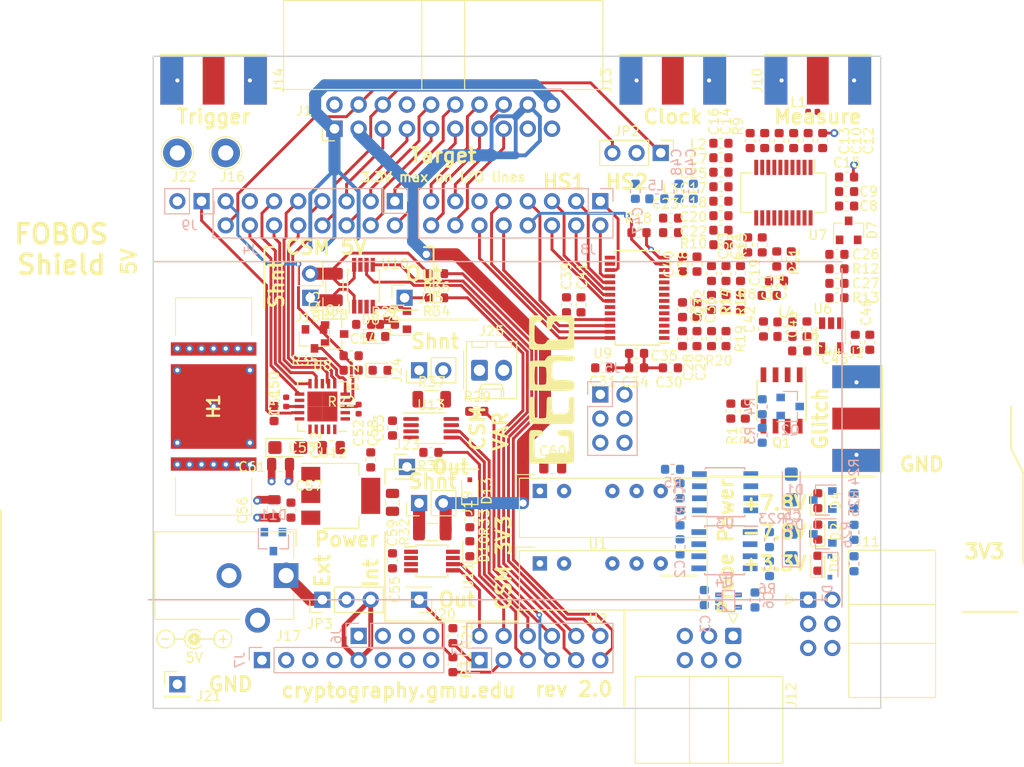
<source format=kicad_pcb>
(kicad_pcb (version 20171130) (host pcbnew 5.1.8-db9833491~88~ubuntu20.04.1)
  (layers (0 F.Cu signal) (1 In1.Cu power) (2 In2.Cu power) (31 B.Cu signal) (34 B.Paste user) (35 F.Paste user) (36 B.SilkS user) (37 F.SilkS user) (38 B.Mask user) (39 F.Mask user) (44 Edge.Cuts user))
  (net 0 "")
  (net 1 "Net-(U2-Pad5)")
  (net 2 "Net-(U3-Pad8)")
  (net 3 "Net-(U3-Pad5)")
  (net 4 "Net-(D1-Pad2)")
  (net 5 "Net-(D4-Pad2)")
  (net 6 "Net-(D2-Pad2)")
  (net 7 "Net-(D6-Pad2)")
  (net 8 "Net-(U5-Pad4)")
  (net 9 "Net-(U4-Pad5)")
  (net 10 "Net-(J5-Pad2)")
  (net 11 "Net-(J7-Pad1)")
  (net 12 GND)
  (net 13 VCC3V3)
  (net 14 VCC5V0)
  (net 15 XADC_V_P)
  (net 16 XADC_V_N)
  (net 17 XADCVREF)
  (net 18 "Net-(C16-Pad2)")
  (net 19 "Net-(C13-Pad2)")
  (net 20 "Net-(C20-Pad2)")
  (net 21 "Net-(C19-Pad2)")
  (net 22 "Net-(C14-Pad1)")
  (net 23 "Net-(C14-Pad2)")
  (net 24 "Net-(C15-Pad2)")
  (net 25 "Net-(C10-Pad1)")
  (net 26 "Net-(C16-Pad1)")
  (net 27 "Net-(C17-Pad2)")
  (net 28 "Net-(C10-Pad2)")
  (net 29 "Net-(C11-Pad2)")
  (net 30 "Net-(C11-Pad1)")
  (net 31 GNDA)
  (net 32 "Net-(C24-Pad1)")
  (net 33 "Net-(C24-Pad2)")
  (net 34 "Net-(C25-Pad2)")
  (net 35 "Net-(D7-Pad3)")
  (net 36 "Net-(C27-Pad2)")
  (net 37 "Net-(C26-Pad2)")
  (net 38 "Net-(J10-Pad1)")
  (net 39 "Net-(J13-Pad1)")
  (net 40 ADC_CLK)
  (net 41 "Net-(R19-Pad1)")
  (net 42 VDDA)
  (net 43 "Net-(C33-Pad2)")
  (net 44 "Net-(C32-Pad1)")
  (net 45 ADC_OR)
  (net 46 "Net-(C28-Pad2)")
  (net 47 "Net-(C30-Pad1)")
  (net 48 "Net-(C31-Pad1)")
  (net 49 "Net-(C43-Pad2)")
  (net 50 "Net-(C44-Pad2)")
  (net 51 5Vclean)
  (net 52 "Net-(C52-Pad2)")
  (net 53 "Net-(C51-Pad1)")
  (net 54 "Net-(Q2-Pad1)")
  (net 55 "Net-(Q1-Pad4)")
  (net 56 "Net-(D9-Pad2)")
  (net 57 "Net-(D8-Pad2)")
  (net 58 CW_VREF)
  (net 59 VGA_GAIN)
  (net 60 VGA_HILO)
  (net 61 GlitchLP)
  (net 62 Glitch)
  (net 63 CW_HS1)
  (net 64 CW_HS2)
  (net 65 CW_RST)
  (net 66 CW_MISO)
  (net 67 CW_MOSI)
  (net 68 CW_TARG1)
  (net 69 CW_SCK)
  (net 70 CW_TARG2)
  (net 71 CW_PDIC)
  (net 72 CW_TARG3)
  (net 73 CW_PDID)
  (net 74 ADC_D0)
  (net 75 ADC_D1)
  (net 76 ADC_D2)
  (net 77 ADC_D3)
  (net 78 ADC_D4)
  (net 79 ADC_D9)
  (net 80 ADC_D8)
  (net 81 ADC_D7)
  (net 82 ADC_D6)
  (net 83 ADC_D5)
  (net 84 CW_TARG4)
  (net 85 Trigger)
  (net 86 PWR0)
  (net 87 PWR1)
  (net 88 PWR2)
  (net 89 PWR3)
  (net 90 PWR4)
  (net 91 PWR5)
  (net 92 "Net-(J2-Pad1)")
  (net 93 "Net-(D3-Pad1)")
  (net 94 "Net-(D5-Pad2)")
  (net 95 "Net-(R23-Pad2)")
  (net 96 /Power/-7V8P)
  (net 97 /Power/+7V8P)
  (net 98 "Net-(R5-Pad1)")
  (net 99 /Power/GNDP)
  (net 100 "Net-(C3-Pad1)")
  (net 101 /Power/3V3P)
  (net 102 "Net-(C2-Pad2)")
  (net 103 "Net-(U4-Pad8)")
  (net 104 "Net-(C1-Pad1)")
  (net 105 "Net-(J11-Pad3)")
  (net 106 "Net-(J12-Pad3)")
  (net 107 PWR_PG)
  (net 108 PWR_EN)
  (net 109 "Net-(C52-Pad1)")
  (net 110 /Ardu/A0)
  (net 111 /Ardu/A1)
  (net 112 /Ardu/A2)
  (net 113 CSM3V3Gain0)
  (net 114 /Ardu/A3)
  (net 115 CSM3V3Gain1)
  (net 116 CSM3V3)
  (net 117 CSM5V)
  (net 118 CSM3V3Cur)
  (net 119 CSM5VCur)
  (net 120 CSM5VGain0)
  (net 121 CSM5VGain1)
  (net 122 "Net-(D10-Pad2)")
  (net 123 "Net-(C58-Pad1)")
  (net 124 "Net-(D11-Pad1)")
  (net 125 "Net-(J17-Pad3)")
  (net 126 "Net-(Q3-Pad3)")
  (net 127 IN)
  (net 128 "Net-(D12-Pad1)")
  (net 129 "Net-(J7-Pad3)")
  (net 130 VU_CK)
  (net 131 "Net-(D13-Pad1)")
  (net 132 /Ardu/A4)
  (net 133 CSMVarGain1)
  (net 134 /Ardu/A5)
  (net 135 CSMVarGain0)
  (net 136 CSMVarCur)
  (net 137 CSMVar)
  (net 138 "Net-(Q3-Pad2)")
  (module cerg:573100D00010G (layer F.Cu) (at 43.18 52.07 90)
    (fp_text reference H1 (at 0 0 90) (layer F.SilkS) (effects (font (size 1.27 1.27) (thickness 0.254))))
    (fp_text value 573100D00010G hide)
    (pad 3 smd rect (at 6.05 0 90) (size 1.4 9) (layers F.Cu F.Paste F.Mask) (net 12 GND))
    (pad 2 smd rect (at 0 0 90) (size 8.9 9) (layers F.Cu F.Paste F.Mask) (net 12 GND))
    (pad 1 smd rect (at -6.05 0 90) (size 1.4 9) (layers F.Cu F.Paste F.Mask) (net 12 GND))
  )
  (module Connector_Molex:Molex_KK-254_AE-6410-02A_1x02_P2.54mm_Vertical (layer F.Cu) (at 71.12 48.26)
    (fp_text reference J25 (at 1.27 -4.12) (layer F.SilkS))
    (fp_text value V_Var)
    (pad 2 thru_hole oval (at 2.54 0) (size 1.74 2.19) (drill 1.19) (layers *.Cu *.Mask) (net 12 GND))
    (pad 1 thru_hole roundrect (at 0 0) (size 1.74 2.19) (drill 1.19) (layers *.Cu *.Mask) (roundrect_rratio 0.143678) (net 137 CSMVar))
  )
  (module Capacitor_SMD:C_0805_2012Metric (layer F.Cu) (at 49.53 62.8165 90)
    (fp_text reference C56 (at -0.1755 -3.302 270) (layer F.SilkS))
    (fp_text value 10uF)
    (pad 1 smd roundrect (at -0.9375 0 90) (size 0.975 1.4) (layers F.Cu F.Paste F.Mask) (net 127 IN))
    (pad 2 smd roundrect (at 0.9375 0 90) (size 0.975 1.4) (layers F.Cu F.Paste F.Mask) (net 12 GND))
  )
  (module Connector_BarrelJack:BarrelJack_CUI_PJ-102AH_Horizontal (layer F.Cu) (at 50.8 69.85 270)
    (fp_text reference J17 (at 6.35 -0.254) (layer F.SilkS))
    (fp_text value Barrel_Jack_Switch)
    (pad 1 thru_hole rect (at 0 0 270) (size 2.6 2.6) (drill 1.6) (layers *.Cu *.Mask) (net 124 "Net-(D11-Pad1)"))
    (pad 2 thru_hole circle (at 0 6 270) (size 2.6 2.6) (drill 1.6) (layers *.Cu *.Mask) (net 12 GND))
    (pad 3 thru_hole circle (at 4.7 3 270) (size 2.6 2.6) (drill 1.6) (layers *.Cu *.Mask) (net 125 "Net-(J17-Pad3)"))
  )
  (module Package_SO:MSOP-8_3x3mm_P0.65mm (layer F.Cu) (at 66.04 54.356)
    (fp_text reference U13 (at 0 -2.45) (layer F.SilkS))
    (fp_text value INA225)
    (pad 8 smd roundrect (at 2.1125 -0.975) (size 1.625 0.4) (layers F.Cu F.Paste F.Mask) (net 137 CSMVar))
    (pad 7 smd roundrect (at 2.1125 -0.325) (size 1.625 0.4) (layers F.Cu F.Paste F.Mask) (net 12 GND))
    (pad 6 smd roundrect (at 2.1125 0.325) (size 1.625 0.4) (layers F.Cu F.Paste F.Mask) (net 133 CSMVarGain1))
    (pad 5 smd roundrect (at 2.1125 0.975) (size 1.625 0.4) (layers F.Cu F.Paste F.Mask) (net 135 CSMVarGain0))
    (pad 4 smd roundrect (at -2.1125 0.975) (size 1.625 0.4) (layers F.Cu F.Paste F.Mask) (net 136 CSMVarCur))
    (pad 3 smd roundrect (at -2.1125 0.325) (size 1.625 0.4) (layers F.Cu F.Paste F.Mask) (net 14 VCC5V0))
    (pad 2 smd roundrect (at -2.1125 -0.325) (size 1.625 0.4) (layers F.Cu F.Paste F.Mask) (net 12 GND))
    (pad 1 smd roundrect (at -2.1125 -0.975) (size 1.625 0.4) (layers F.Cu F.Paste F.Mask) (net 109 "Net-(C52-Pad1)"))
  )
  (module Connector_IDC:IDC-Header_2x03_P2.54mm_Horizontal (layer F.Cu) (at 97.79 76.2 270)
    (fp_text reference J12 (at 6.215 -6.1 90) (layer F.SilkS))
    (fp_text value PP2)
    (pad 6 thru_hole circle (at 2.54 5.08 270) (size 1.7 1.7) (drill 1) (layers *.Cu *.Mask) (net 99 /Power/GNDP))
    (pad 4 thru_hole circle (at 2.54 2.54 270) (size 1.7 1.7) (drill 1) (layers *.Cu *.Mask) (net 101 /Power/3V3P))
    (pad 2 thru_hole circle (at 2.54 0 270) (size 1.7 1.7) (drill 1) (layers *.Cu *.Mask) (net 99 /Power/GNDP))
    (pad 5 thru_hole circle (at 0 5.08 270) (size 1.7 1.7) (drill 1) (layers *.Cu *.Mask) (net 96 /Power/-7V8P))
    (pad 3 thru_hole circle (at 0 2.54 270) (size 1.7 1.7) (drill 1) (layers *.Cu *.Mask) (net 106 "Net-(J12-Pad3)"))
    (pad 1 thru_hole roundrect (at 0 0 270) (size 1.7 1.7) (drill 1) (layers *.Cu *.Mask) (roundrect_rratio 0.147059) (net 97 /Power/+7V8P))
  )
  (module Connector_IDC:IDC-Header_2x03_P2.54mm_Horizontal (layer F.Cu) (at 105.664 72.39)
    (fp_text reference J11 (at 6.215 -6.1) (layer F.SilkS))
    (fp_text value PP1)
    (pad 6 thru_hole circle (at 2.54 5.08) (size 1.7 1.7) (drill 1) (layers *.Cu *.Mask) (net 99 /Power/GNDP))
    (pad 4 thru_hole circle (at 2.54 2.54) (size 1.7 1.7) (drill 1) (layers *.Cu *.Mask) (net 101 /Power/3V3P))
    (pad 2 thru_hole circle (at 2.54 0) (size 1.7 1.7) (drill 1) (layers *.Cu *.Mask) (net 99 /Power/GNDP))
    (pad 5 thru_hole circle (at 0 5.08) (size 1.7 1.7) (drill 1) (layers *.Cu *.Mask) (net 96 /Power/-7V8P))
    (pad 3 thru_hole circle (at 0 2.54) (size 1.7 1.7) (drill 1) (layers *.Cu *.Mask) (net 105 "Net-(J11-Pad3)"))
    (pad 1 thru_hole roundrect (at 0 0) (size 1.7 1.7) (drill 1) (layers *.Cu *.Mask) (roundrect_rratio 0.147059) (net 97 /Power/+7V8P))
  )
  (module Resistor_SMD:R_1206_3216Metric (layer F.Cu) (at 66.1015 51.308)
    (fp_text reference R37 (at 0 -1.82) (layer F.SilkS))
    (fp_text value 0R1)
    (pad 2 smd roundrect (at 1.4625 0) (size 1.125 1.75) (layers F.Cu F.Paste F.Mask) (roundrect_rratio 0.222222) (net 137 CSMVar))
    (pad 1 smd roundrect (at -1.4625 0) (size 1.125 1.75) (layers F.Cu F.Paste F.Mask) (roundrect_rratio 0.222222) (net 109 "Net-(C52-Pad1)"))
  )
  (module Resistor_SMD:R_0603_1608Metric (layer F.Cu) (at 66.611 38.1 180)
    (fp_text reference R36 (at 0 -1.43) (layer F.SilkS))
    (fp_text value "1k69 1%")
    (pad 2 smd roundrect (at 0.825 0 180) (size 0.8 0.95) (layers F.Cu F.Paste F.Mask) (net 117 CSM5V))
    (pad 1 smd roundrect (at -0.825 0 180) (size 0.8 0.95) (layers F.Cu F.Paste F.Mask) (net 134 /Ardu/A5))
  )
  (module Resistor_SMD:R_0603_1608Metric (layer F.Cu) (at 66.611 40.64 180)
    (fp_text reference R34 (at 0 -1.43) (layer F.SilkS))
    (fp_text value "1k69 1%")
    (pad 2 smd roundrect (at 0.825 0 180) (size 0.8 0.95) (layers F.Cu F.Paste F.Mask) (net 119 CSM5VCur))
    (pad 1 smd roundrect (at -0.825 0 180) (size 0.8 0.95) (layers F.Cu F.Paste F.Mask) (net 132 /Ardu/A4))
  )
  (module Package_TO_SOT_SMD:SOT-23 (layer F.Cu) (at 55.896 44.45)
    (fp_text reference Q4 (at 0 -2.5) (layer F.SilkS))
    (fp_text value BSS138L)
    (pad 3 smd rect (at 1 0) (size 0.9 0.8) (layers F.Cu F.Paste F.Mask) (net 138 "Net-(Q3-Pad2)"))
    (pad 2 smd rect (at -1 0.95) (size 0.9 0.8) (layers F.Cu F.Paste F.Mask) (net 12 GND))
    (pad 1 smd rect (at -1 -0.95) (size 0.9 0.8) (layers F.Cu F.Paste F.Mask) (net 109 "Net-(C52-Pad1)"))
  )
  (module Connector_PinHeader_2.54mm:PinHeader_1x02_P2.54mm_Vertical (layer F.Cu) (at 64.77 48.26 90)
    (fp_text reference J24 (at 0 -2.33 90) (layer F.SilkS))
    (fp_text value Conn_01x02)
    (pad 2 thru_hole oval (at 0 2.54 90) (size 1.7 1.7) (drill 1) (layers *.Cu *.Mask) (net 137 CSMVar))
    (pad 1 thru_hole rect (at 0 0 90) (size 1.7 1.7) (drill 1) (layers *.Cu *.Mask) (net 109 "Net-(C52-Pad1)"))
  )
  (module Connector_PinHeader_2.54mm:PinHeader_1x01_P2.54mm_Vertical (layer F.Cu) (at 63.5 58.42)
    (fp_text reference J23 (at 0 -2.33) (layer F.SilkS))
    (fp_text value CSM5VCur)
    (pad 1 thru_hole rect (at 0 0) (size 1.7 1.7) (drill 1) (layers *.Cu *.Mask) (net 136 CSMVarCur))
  )
  (module Capacitor_SMD:C_0603_1608Metric (layer F.Cu) (at 61.976 54.343 90)
    (fp_text reference C63 (at 0 -1.43 90) (layer F.SilkS))
    (fp_text value 100n)
    (pad 2 smd roundrect (at 0.775 0 90) (size 0.9 0.95) (layers F.Cu F.Paste F.Mask) (net 12 GND))
    (pad 1 smd roundrect (at -0.775 0 90) (size 0.9 0.95) (layers F.Cu F.Paste F.Mask) (net 14 VCC5V0))
  )
  (module TestPoint:TestPoint_Loop_D2.60mm_Drill1.6mm_Beaded (layer F.Cu) (at 39.37 25.4)
    (fp_text reference J22 (at 0.7 2.5) (layer F.SilkS))
    (fp_text value GND)
    (pad 1 thru_hole circle (at 0 0) (size 3 3) (drill 1.6) (layers *.Cu *.Mask) (net 12 GND))
  )
  (module TestPoint:TestPoint_Loop_D2.60mm_Drill1.6mm_Beaded (layer F.Cu) (at 44.45 25.4)
    (fp_text reference J16 (at 0.7 2.5) (layer F.SilkS))
    (fp_text value Conn_01x01)
    (pad 1 thru_hole circle (at 0 0) (size 3 3) (drill 1.6) (layers *.Cu *.Mask) (net 85 Trigger))
  )
  (module Symbol:Symbol_Barrel_Polarity (layer F.Cu) (at 41.148 76.454)
    (fp_text reference REF** hide)
    (fp_text value Symbol_Barrel_Polarity)
  )
  (module Capacitor_SMD:C_0603_1608Metric (layer F.Cu) (at 92.456 37.097 90)
    (fp_text reference C40 (at 0 -1.43 90) (layer F.SilkS))
    (fp_text value 10n)
    (pad 2 smd roundrect (at 0.775 0 90) (size 0.9 0.95) (layers F.Cu F.Paste F.Mask) (net 42 VDDA))
    (pad 1 smd roundrect (at -0.775 0 90) (size 0.9 0.95) (layers F.Cu F.Paste F.Mask) (net 31 GNDA))
  )
  (module Capacitor_SMD:C_0603_1608Metric (layer F.Cu) (at 93.98 37.097 90)
    (fp_text reference C38 (at 0 -1.43 90) (layer F.SilkS))
    (fp_text value 100n)
    (pad 2 smd roundrect (at 0.775 0 90) (size 0.9 0.95) (layers F.Cu F.Paste F.Mask) (net 42 VDDA))
    (pad 1 smd roundrect (at -0.775 0 90) (size 0.9 0.95) (layers F.Cu F.Paste F.Mask) (net 31 GNDA))
  )
  (module Capacitor_SMD:C_0603_1608Metric (layer F.Cu) (at 92.456 41.897 270)
    (fp_text reference C37 (at 0 -1.43 90) (layer F.SilkS))
    (fp_text value 10n)
    (pad 2 smd roundrect (at 0.775 0 270) (size 0.9 0.95) (layers F.Cu F.Paste F.Mask) (net 42 VDDA))
    (pad 1 smd roundrect (at -0.775 0 270) (size 0.9 0.95) (layers F.Cu F.Paste F.Mask) (net 31 GNDA))
  )
  (module Capacitor_SMD:C_0603_1608Metric (layer F.Cu) (at 93.98 41.897 270)
    (fp_text reference C36 (at 0 -1.43 90) (layer F.SilkS))
    (fp_text value 100n)
    (pad 2 smd roundrect (at 0.775 0 270) (size 0.9 0.95) (layers F.Cu F.Paste F.Mask) (net 42 VDDA))
    (pad 1 smd roundrect (at -0.775 0 270) (size 0.9 0.95) (layers F.Cu F.Paste F.Mask) (net 31 GNDA))
  )
  (module cerg:cerg (layer F.Cu) (at 78.74 50.292 90)
    (fp_text reference G*** hide)
    (fp_text value LOGO hide)
  )
  (module Diode_SMD:D_SOD-323F (layer F.Cu) (at 70.104 60.876 90)
    (fp_text reference D13 (at -0.084 1.778 270) (layer F.SilkS))
    (fp_text value 1N4148)
    (pad 2 smd rect (at 1.1 0 90) (size 0.5 0.5) (layers F.Cu F.Paste F.Mask) (net 123 "Net-(C58-Pad1)"))
    (pad 1 smd rect (at -1.1 0 90) (size 0.5 0.5) (layers F.Cu F.Paste F.Mask) (net 131 "Net-(D13-Pad1)"))
  )
  (module Capacitor_SMD:C_0402_1005Metric (layer F.Cu) (at 58.42 52.347 90)
    (fp_text reference C52 (at -2.517 0 90) (layer F.SilkS))
    (fp_text value 220p)
    (pad 2 smd roundrect (at 0.485 0 90) (size 0.59 0.64) (layers F.Cu F.Paste F.Mask) (net 52 "Net-(C52-Pad2)"))
    (pad 1 smd roundrect (at -0.485 0 90) (size 0.59 0.64) (layers F.Cu F.Paste F.Mask) (net 109 "Net-(C52-Pad1)"))
  )
  (module Capacitor_SMD:C_0402_1005Metric (layer F.Cu) (at 50.8 51.585 90)
    (fp_text reference C51 (at 0 -1.17 90) (layer F.SilkS))
    (fp_text value 10n)
    (pad 2 smd roundrect (at 0.485 0 90) (size 0.59 0.64) (layers F.Cu F.Paste F.Mask) (net 12 GND))
    (pad 1 smd roundrect (at -0.485 0 90) (size 0.59 0.64) (layers F.Cu F.Paste F.Mask) (net 53 "Net-(C51-Pad1)"))
  )
  (module Inductor_SMD:L_0402_1005Metric (layer F.Cu) (at 106.149 21.082)
    (fp_text reference L1 (at -1.501 -1.016) (layer F.SilkS))
    (fp_text value 120nH)
    (pad 1 smd roundrect (at -0.485 0) (size 0.59 0.64) (layers F.Cu F.Paste F.Mask) (net 28 "Net-(C10-Pad2)"))
    (pad 2 smd roundrect (at 0.485 0) (size 0.59 0.64) (layers F.Cu F.Paste F.Mask) (net 38 "Net-(J10-Pad1)"))
  )
  (module Package_SO:SOIC-8_3.9x4.9mm_P1.27mm (layer F.Cu) (at 102.87 51.435 270)
    (fp_text reference Q1 (at 4.445 0 180) (layer F.SilkS))
    (fp_text value IRF7807Z)
    (pad 1 smd rect (at -2.7 -1.905 270) (size 1.55 0.6) (layers F.Cu F.Paste F.Mask) (net 12 GND))
    (pad 2 smd rect (at -2.7 -0.635 270) (size 1.55 0.6) (layers F.Cu F.Paste F.Mask) (net 12 GND))
    (pad 3 smd rect (at -2.7 0.635 270) (size 1.55 0.6) (layers F.Cu F.Paste F.Mask) (net 12 GND))
    (pad 4 smd rect (at -2.7 1.905 270) (size 1.55 0.6) (layers F.Cu F.Paste F.Mask) (net 55 "Net-(Q1-Pad4)"))
    (pad 5 smd rect (at 2.7 1.905 270) (size 1.55 0.6) (layers F.Cu F.Paste F.Mask) (net 92 "Net-(J2-Pad1)"))
    (pad 6 smd rect (at 2.7 0.635 270) (size 1.55 0.6) (layers F.Cu F.Paste F.Mask) (net 92 "Net-(J2-Pad1)"))
    (pad 7 smd rect (at 2.7 -0.635 270) (size 1.55 0.6) (layers F.Cu F.Paste F.Mask) (net 92 "Net-(J2-Pad1)"))
    (pad 8 smd rect (at 2.7 -1.905 270) (size 1.55 0.6) (layers F.Cu F.Paste F.Mask) (net 92 "Net-(J2-Pad1)"))
  )
  (module Capacitor_SMD:C_0805_2012Metric (layer F.Cu) (at 50.2135 58.166)
    (fp_text reference C61 (at -2.9995 0.254) (layer F.SilkS))
    (fp_text value 10uF)
    (pad 1 smd roundrect (at -0.9375 0) (size 0.975 1.4) (layers F.Cu F.Paste F.Mask) (net 127 IN))
    (pad 2 smd roundrect (at 0.9375 0) (size 0.975 1.4) (layers F.Cu F.Paste F.Mask) (net 12 GND))
  )
  (module Capacitor_SMD:C_0805_2012Metric (layer F.Cu) (at 61.976 62.1515 270)
    (fp_text reference C59 (at 3.2235 0 90) (layer F.SilkS))
    (fp_text value 10uF)
    (pad 2 smd roundrect (at 0.9375 0 270) (size 0.975 1.4) (layers F.Cu F.Paste F.Mask) (net 12 GND))
    (pad 1 smd roundrect (at -0.9375 0 270) (size 0.975 1.4) (layers F.Cu F.Paste F.Mask) (net 123 "Net-(C58-Pad1)"))
  )
  (module Capacitor_SMD:C_0805_2012Metric (layer F.Cu) (at 55.5475 56.388 180)
    (fp_text reference C53 (at 3.0735 0 180) (layer F.SilkS))
    (fp_text value 10uF)
    (pad 2 smd roundrect (at 0.9375 0 180) (size 0.975 1.4) (layers F.Cu F.Paste F.Mask) (net 12 GND))
    (pad 1 smd roundrect (at -0.9375 0 180) (size 0.975 1.4) (layers F.Cu F.Paste F.Mask) (net 109 "Net-(C52-Pad1)"))
  )
  (module Capacitor_SMD:C_0805_2012Metric (layer F.Cu) (at 78.8185 58.42)
    (fp_text reference C60 (at 0 -1.65) (layer F.SilkS))
    (fp_text value 10uF)
    (pad 1 smd roundrect (at -0.9375 0) (size 0.975 1.4) (layers F.Cu F.Paste F.Mask) (net 127 IN))
    (pad 2 smd roundrect (at 0.9375 0) (size 0.975 1.4) (layers F.Cu F.Paste F.Mask) (net 12 GND))
  )
  (module Diode_SMD:D_SOD-323F (layer B.Cu) (at 107.95 68.918 270)
    (fp_text reference D3 (at 2.828 0.254 270) (layer B.SilkS) (effects (justify mirror)))
    (fp_text value 1N4148)
    (pad 1 smd rect (at -1.1 0 270) (size 0.5 0.5) (layers B.Cu B.Paste B.Mask) (net 93 "Net-(D3-Pad1)"))
    (pad 2 smd rect (at 1.1 0 270) (size 0.5 0.5) (layers B.Cu B.Paste B.Mask) (net 101 /Power/3V3P))
  )
  (module cerg:sot323-5 (layer B.Cu) (at 97.298 72.532 90)
    (fp_text reference U5)
    (fp_text value LD59015 hide)
    (fp_text user U7 (at 2.23 -0.03 90) (layer B.SilkS) (effects (justify mirror)))
    (pad 5 smd rect (at -0.65 1 90) (size 0.5 0.8) (layers B.Cu B.Paste B.Mask) (net 101 /Power/3V3P) (clearance 0.14))
    (pad 4 smd rect (at 0.65 1 90) (size 0.5 0.8) (layers B.Cu B.Paste B.Mask) (net 8 "Net-(U5-Pad4)") (clearance 0.14))
    (pad 2 smd rect (at 0 -1 90) (size 0.5 0.8) (layers B.Cu B.Paste B.Mask) (net 99 /Power/GNDP) (clearance 0.14))
    (pad 3 smd rect (at 0.65 -1 90) (size 0.5 0.8) (layers B.Cu B.Paste B.Mask) (net 100 "Net-(C3-Pad1)") (clearance 0.14))
    (pad 1 smd rect (at -0.65 -1 90) (size 0.5 0.8) (layers B.Cu B.Paste B.Mask) (net 100 "Net-(C3-Pad1)") (clearance 0.14))
  )
  (module Package_DFN_QFN:Texas_VQFN-RGW-20 (layer F.Cu) (at 54.61 52.07 180)
    (fp_text reference U8 (at 0 4.318 180) (layer F.SilkS))
    (fp_text value TPS7A7100_VQFN20)
    (pad 1 smd rect (at -2.4 -1.3 180) (size 1 0.35) (layers F.Cu F.Paste F.Mask) (net 109 "Net-(C52-Pad1)"))
    (pad 2 smd rect (at -2.4 -0.65 180) (size 1 0.35) (layers F.Cu F.Paste F.Mask) (net 109 "Net-(C52-Pad1)"))
    (pad 3 smd rect (at -2.4 0 180) (size 1 0.35) (layers F.Cu F.Paste F.Mask) (net 52 "Net-(C52-Pad2)"))
    (pad 4 smd rect (at -2.4 0.65 180) (size 1 0.35) (layers F.Cu F.Paste F.Mask) (net 107 PWR_PG))
    (pad 5 smd rect (at -2.4 1.3 180) (size 1 0.35) (layers F.Cu F.Paste F.Mask) (net 86 PWR0))
    (pad 6 smd rect (at -1.3 2.4 270) (size 1 0.35) (layers F.Cu F.Paste F.Mask) (net 87 PWR1))
    (pad 7 smd rect (at -0.65 2.4 270) (size 1 0.35) (layers F.Cu F.Paste F.Mask) (net 88 PWR2))
    (pad 8 smd rect (at 0 2.4 270) (size 1 0.35) (layers F.Cu F.Paste F.Mask) (net 12 GND))
    (pad 9 smd rect (at 0.65 2.4 270) (size 1 0.35) (layers F.Cu F.Paste F.Mask) (net 89 PWR3))
    (pad 10 smd rect (at 1.3 2.4 270) (size 1 0.35) (layers F.Cu F.Paste F.Mask) (net 90 PWR4))
    (pad 11 smd rect (at 2.4 1.3 180) (size 1 0.35) (layers F.Cu F.Paste F.Mask) (net 91 PWR5))
    (pad 12 smd rect (at 2.4 0.65 180) (size 1 0.35) (layers F.Cu F.Paste F.Mask) (net 12 GND))
    (pad 13 smd rect (at 2.4 0 180) (size 1 0.35) (layers F.Cu F.Paste F.Mask) (net 53 "Net-(C51-Pad1)"))
    (pad 14 smd rect (at 2.4 -0.65 180) (size 1 0.35) (layers F.Cu F.Paste F.Mask) (net 108 PWR_EN))
    (pad 15 smd rect (at 2.4 -1.3 180) (size 1 0.35) (layers F.Cu F.Paste F.Mask) (net 127 IN))
    (pad 16 smd rect (at 1.3 -2.4 270) (size 1 0.35) (layers F.Cu F.Paste F.Mask) (net 127 IN))
    (pad 17 smd rect (at 0.65 -2.4 270) (size 1 0.35) (layers F.Cu F.Paste F.Mask) (net 127 IN))
    (pad 18 smd rect (at 0 -2.4 270) (size 1 0.35) (layers F.Cu F.Paste F.Mask) (net 12 GND))
    (pad 19 smd rect (at -0.65 -2.4 270) (size 1 0.35) (layers F.Cu F.Paste F.Mask) (net 109 "Net-(C52-Pad1)"))
    (pad 20 smd rect (at -1.3 -2.4 270) (size 1 0.35) (layers F.Cu F.Paste F.Mask) (net 109 "Net-(C52-Pad1)"))
    (pad 21 smd rect (at 0.7875 0.7875 180) (size 1.575 1.575) (layers F.Cu F.Paste F.Mask) (net 12 GND))
    (pad 21 smd rect (at 0.7875 -0.7875 180) (size 1.575 1.575) (layers F.Cu F.Paste F.Mask) (net 12 GND))
    (pad 21 smd rect (at -0.7875 0.7875 180) (size 1.575 1.575) (layers F.Cu F.Paste F.Mask) (net 12 GND))
    (pad 21 smd rect (at -0.7875 -0.7875 180) (size 1.575 1.575) (layers F.Cu F.Paste F.Mask) (net 12 GND))
  )
  (module Resistor_SMD:R_0603_1608Metric (layer B.Cu) (at 101.6 69.1135 270)
    (fp_text reference R6 (at 2.1335 0.254 180) (layer B.SilkS) (effects (justify mirror)))
    (fp_text value "1K2, 1%")
    (pad 2 smd roundrect (at 0.7875 0 270) (size 0.875 0.95) (layers B.Cu B.Paste B.Mask) (net 99 /Power/GNDP))
    (pad 1 smd roundrect (at -0.7875 0 270) (size 0.875 0.95) (layers B.Cu B.Paste B.Mask) (net 95 "Net-(R23-Pad2)"))
  )
  (module Capacitor_Tantalum_SMD:CP_EIA-3216-18_Kemet-A (layer B.Cu) (at 103.886 66.628 90)
    (fp_text reference C5 (at 3.128 0.127) (layer B.SilkS) (effects (justify mirror)))
    (fp_text value 1uF)
    (pad 1 smd roundrect (at -1.35 0 90) (size 1.4 1.35) (layers B.Cu B.Paste B.Mask) (roundrect_rratio 0.185185) (net 99 /Power/GNDP))
    (pad 2 smd roundrect (at 1.35 0 90) (size 1.4 1.35) (layers B.Cu B.Paste B.Mask) (roundrect_rratio 0.185185) (net 96 /Power/-7V8P))
  )
  (module Capacitor_Tantalum_SMD:CP_EIA-3216-18_Kemet-A (layer F.Cu) (at 50.974 56.388)
    (fp_text reference C62 (at 2.968 -0.254 270) (layer F.SilkS))
    (fp_text value 1uF)
    (pad 1 smd roundrect (at -1.35 0) (size 1.4 1.35) (layers F.Cu F.Paste F.Mask) (roundrect_rratio 0.185185) (net 127 IN))
    (pad 2 smd roundrect (at 1.35 0) (size 1.4 1.35) (layers F.Cu F.Paste F.Mask) (roundrect_rratio 0.185185) (net 12 GND))
  )
  (module LED_SMD:LED_0603_1608Metric (layer F.Cu) (at 60.6805 48.26)
    (fp_text reference D12 (at -2.7685 0.762 270) (layer F.SilkS))
    (fp_text value green)
    (pad 1 smd roundrect (at -0.7875 0) (size 0.875 0.95) (layers F.Cu F.Paste F.Mask) (net 128 "Net-(D12-Pad1)"))
    (pad 2 smd roundrect (at 0.7875 0) (size 0.875 0.95) (layers F.Cu F.Paste F.Mask) (net 13 VCC3V3))
  )
  (module Package_TO_SOT_SMD:SOT-23 (layer F.Cu) (at 53.782 44.958 270)
    (fp_text reference Q3 (at -4.048 0 90) (layer F.SilkS))
    (fp_text value BSS138L)
    (pad 3 smd rect (at 1 0 270) (size 0.9 0.8) (layers F.Cu F.Paste F.Mask) (net 126 "Net-(Q3-Pad3)"))
    (pad 2 smd rect (at -1 0.95 270) (size 0.9 0.8) (layers F.Cu F.Paste F.Mask) (net 138 "Net-(Q3-Pad2)"))
    (pad 1 smd rect (at -1 -0.95 270) (size 0.9 0.8) (layers F.Cu F.Paste F.Mask) (net 107 PWR_PG))
  )
  (module Resistor_SMD:R_0603_1608Metric (layer F.Cu) (at 57.6325 48.26)
    (fp_text reference R35 (at -4.8515 -1.016) (layer F.SilkS))
    (fp_text value 470R)
    (pad 1 smd roundrect (at -0.7875 0) (size 0.875 0.95) (layers F.Cu F.Paste F.Mask) (net 126 "Net-(Q3-Pad3)"))
    (pad 2 smd roundrect (at 0.7875 0) (size 0.875 0.95) (layers F.Cu F.Paste F.Mask) (net 128 "Net-(D12-Pad1)"))
  )
  (module Diode_SMD:D_SOT-23_ANK (layer B.Cu) (at 49.464 66.278 270)
    (fp_text reference D11 (at -2.81 0) (layer B.SilkS) (effects (justify mirror)))
    (fp_text value 5V1)
    (pad 2 smd rect (at -1 0.95 270) (size 0.9 0.8) (layers B.Cu B.Paste B.Mask) (net 12 GND))
    (pad "" smd rect (at -1 -0.95 270) (size 0.9 0.8) (layers B.Cu B.Paste B.Mask))
    (pad 1 smd rect (at 1 0 270) (size 0.9 0.8) (layers B.Cu B.Paste B.Mask) (net 124 "Net-(D11-Pad1)"))
  )
  (module Connector_PinHeader_2.54mm:PinHeader_1x01_P2.54mm_Vertical (layer F.Cu) (at 39.37 81.28)
    (fp_text reference J21 (at 3.302 1.27 180) (layer F.SilkS))
    (fp_text value GND)
    (pad 1 thru_hole rect (at 0 0) (size 1.7 1.7) (drill 1) (layers *.Cu *.Mask) (net 12 GND))
  )
  (module Capacitor_SMD:C_0603_1608Metric (layer F.Cu) (at 59.69 57.6835 90)
    (fp_text reference C58 (at 2.8195 0.254 270) (layer F.SilkS))
    (fp_text value 100n)
    (pad 1 smd roundrect (at -0.7875 0 90) (size 0.875 0.95) (layers F.Cu F.Paste F.Mask) (net 123 "Net-(C58-Pad1)"))
    (pad 2 smd roundrect (at 0.7875 0 90) (size 0.875 0.95) (layers F.Cu F.Paste F.Mask) (net 12 GND))
  )
  (module Capacitor_SMD:C_0603_1608Metric (layer F.Cu) (at 51.308 62.9665 90)
    (fp_text reference C57 (at 2.5655 1.905) (layer F.SilkS))
    (fp_text value 100n)
    (pad 2 smd roundrect (at 0.7875 0 90) (size 0.875 0.95) (layers F.Cu F.Paste F.Mask) (net 12 GND))
    (pad 1 smd roundrect (at -0.7875 0 90) (size 0.875 0.95) (layers F.Cu F.Paste F.Mask) (net 127 IN))
  )
  (module LED_SMD:LED_0603_1608Metric (layer F.Cu) (at 70.104 67.0305 90)
    (fp_text reference D10 (at -0.0255 1.524 90) (layer F.SilkS))
    (fp_text value green)
    (pad 1 smd roundrect (at -0.7875 0 90) (size 0.875 0.95) (layers F.Cu F.Paste F.Mask) (net 12 GND))
    (pad 2 smd roundrect (at 0.7875 0 90) (size 0.875 0.95) (layers F.Cu F.Paste F.Mask) (net 122 "Net-(D10-Pad2)"))
  )
  (module Package_TO_SOT_SMD:SOT-223-3_TabPin2 (layer F.Cu) (at 56.54 61.468)
    (fp_text reference U12 (at -0.762 -4.5) (layer F.SilkS))
    (fp_text value LD1117S33TR_SOT223)
    (pad 2 smd rect (at 3.15 0) (size 2 3.8) (layers F.Cu F.Paste F.Mask) (net 123 "Net-(C58-Pad1)"))
    (pad 2 smd rect (at -3.15 0) (size 2 1.5) (layers F.Cu F.Paste F.Mask) (net 123 "Net-(C58-Pad1)"))
    (pad 3 smd rect (at -3.15 2.3) (size 2 1.5) (layers F.Cu F.Paste F.Mask) (net 127 IN))
    (pad 1 smd rect (at -3.15 -2.3) (size 2 1.5) (layers F.Cu F.Paste F.Mask) (net 12 GND))
  )
  (module Resistor_SMD:R_0603_1608Metric (layer F.Cu) (at 70.104 63.9825 270)
    (fp_text reference R33 (at 0.2795 -1.524 90) (layer F.SilkS))
    (fp_text value 100R)
    (pad 1 smd roundrect (at -0.7875 0 270) (size 0.875 0.95) (layers F.Cu F.Paste F.Mask) (net 131 "Net-(D13-Pad1)"))
    (pad 2 smd roundrect (at 0.7875 0 270) (size 0.875 0.95) (layers F.Cu F.Paste F.Mask) (net 122 "Net-(D10-Pad2)"))
  )
  (module Capacitor_SMD:C_0603_1608Metric (layer F.Cu) (at 61.976 68.3005 90)
    (fp_text reference C55 (at -3.0225 0.254 90) (layer F.SilkS))
    (fp_text value 100n)
    (pad 1 smd roundrect (at -0.7875 0 90) (size 0.875 0.95) (layers F.Cu F.Paste F.Mask) (net 14 VCC5V0))
    (pad 2 smd roundrect (at 0.7875 0 90) (size 0.875 0.95) (layers F.Cu F.Paste F.Mask) (net 12 GND))
  )
  (module Connector_PinHeader_2.54mm:PinHeader_1x01_P2.54mm_Vertical (layer F.Cu) (at 64.77 72.39 180)
    (fp_text reference J20 (at -2.54 -1.524) (layer F.SilkS))
    (fp_text value CSM3V3Cur)
    (pad 1 thru_hole rect (at 0 0 180) (size 1.7 1.7) (drill 1) (layers *.Cu *.Mask) (net 118 CSM3V3Cur))
  )
  (module Connector_PinHeader_2.54mm:PinHeader_1x02_P2.54mm_Vertical (layer F.Cu) (at 64.77 62.23 90)
    (fp_text reference J19 (at 0 5.08 90) (layer F.SilkS))
    (fp_text value Conn_01x02)
    (pad 1 thru_hole rect (at 0 0 90) (size 1.7 1.7) (drill 1) (layers *.Cu *.Mask) (net 123 "Net-(C58-Pad1)"))
    (pad 2 thru_hole oval (at 0 2.54 90) (size 1.7 1.7) (drill 1) (layers *.Cu *.Mask) (net 116 CSM3V3))
  )
  (module Package_SO:MSOP-8_3x3mm_P0.65mm (layer F.Cu) (at 66.126 68.326)
    (fp_text reference U11 (at 3.81 1.524 90) (layer F.SilkS))
    (fp_text value INA225)
    (pad 1 smd rect (at -2.2 -0.975) (size 1.45 0.45) (layers F.Cu F.Paste F.Mask) (net 123 "Net-(C58-Pad1)"))
    (pad 2 smd rect (at -2.2 -0.325) (size 1.45 0.45) (layers F.Cu F.Paste F.Mask) (net 12 GND))
    (pad 3 smd rect (at -2.2 0.325) (size 1.45 0.45) (layers F.Cu F.Paste F.Mask) (net 14 VCC5V0))
    (pad 4 smd rect (at -2.2 0.975) (size 1.45 0.45) (layers F.Cu F.Paste F.Mask) (net 118 CSM3V3Cur))
    (pad 5 smd rect (at 2.2 0.975) (size 1.45 0.45) (layers F.Cu F.Paste F.Mask) (net 113 CSM3V3Gain0))
    (pad 6 smd rect (at 2.2 0.325) (size 1.45 0.45) (layers F.Cu F.Paste F.Mask) (net 115 CSM3V3Gain1))
    (pad 7 smd rect (at 2.2 -0.325) (size 1.45 0.45) (layers F.Cu F.Paste F.Mask) (net 12 GND))
    (pad 8 smd rect (at 2.2 -0.975) (size 1.45 0.45) (layers F.Cu F.Paste F.Mask) (net 116 CSM3V3))
  )
  (module Resistor_SMD:R_0603_1608Metric (layer F.Cu) (at 68.326 76.1745 90)
    (fp_text reference R21 (at 0 1.524 90) (layer F.SilkS))
    (fp_text value "1k69 1%")
    (pad 2 smd roundrect (at 0.7875 0 90) (size 0.875 0.95) (layers F.Cu F.Paste F.Mask) (net 116 CSM3V3))
    (pad 1 smd roundrect (at -0.7875 0 90) (size 0.875 0.95) (layers F.Cu F.Paste F.Mask) (net 110 /Ardu/A0))
  )
  (module Resistor_SMD:R_0603_1608Metric (layer F.Cu) (at 68.326 79.2225 90)
    (fp_text reference R31 (at 0 1.397 90) (layer F.SilkS))
    (fp_text value "1k69 1%")
    (pad 1 smd roundrect (at -0.7875 0 90) (size 0.875 0.95) (layers F.Cu F.Paste F.Mask) (net 111 /Ardu/A1))
    (pad 2 smd roundrect (at 0.7875 0 90) (size 0.875 0.95) (layers F.Cu F.Paste F.Mask) (net 118 CSM3V3Cur))
  )
  (module Resistor_SMD:R_1206_3216Metric (layer F.Cu) (at 66.164 65.278)
    (fp_text reference R32 (at -2.918 0 270) (layer F.SilkS))
    (fp_text value 0R1)
    (pad 1 smd roundrect (at -1.4 0) (size 1.25 1.75) (layers F.Cu F.Paste F.Mask) (roundrect_rratio 0.2) (net 123 "Net-(C58-Pad1)"))
    (pad 2 smd roundrect (at 1.4 0) (size 1.25 1.75) (layers F.Cu F.Paste F.Mask) (roundrect_rratio 0.2) (net 116 CSM3V3))
  )
  (module Connector_PinHeader_2.54mm:PinHeader_1x02_P2.54mm_Vertical (layer F.Cu) (at 53.34 40.64 180)
    (fp_text reference J18 (at 0.254 -2.032) (layer F.SilkS))
    (fp_text value Conn_01x02)
    (pad 1 thru_hole rect (at 0 0 180) (size 1.7 1.7) (drill 1) (layers *.Cu *.Mask) (net 127 IN))
    (pad 2 thru_hole oval (at 0 2.54 180) (size 1.7 1.7) (drill 1) (layers *.Cu *.Mask) (net 117 CSM5V))
  )
  (module Connector_PinHeader_2.54mm:PinHeader_1x03_P2.54mm_Vertical (layer F.Cu) (at 54.61 72.39 90)
    (fp_text reference JP3 (at -2.54 -0.254 180) (layer F.SilkS))
    (fp_text value "Power Ext or int")
    (pad 1 thru_hole rect (at 0 0 90) (size 1.7 1.7) (drill 1) (layers *.Cu *.Mask) (net 124 "Net-(D11-Pad1)"))
    (pad 2 thru_hole oval (at 0 2.54 90) (size 1.7 1.7) (drill 1) (layers *.Cu *.Mask) (net 127 IN))
    (pad 3 thru_hole oval (at 0 5.08 90) (size 1.7 1.7) (drill 1) (layers *.Cu *.Mask) (net 14 VCC5V0))
  )
  (module Connector_PinHeader_2.54mm:PinHeader_1x03_P2.54mm_Vertical (layer F.Cu) (at 90.17 25.4 270)
    (fp_text reference JP2 (at -2.286 3.556) (layer F.SilkS))
    (fp_text value ExtClkSel)
    (pad 1 thru_hole rect (at 0 0 270) (size 1.7 1.7) (drill 1) (layers *.Cu *.Mask) (net 63 CW_HS1))
    (pad 2 thru_hole oval (at 0 2.54 270) (size 1.7 1.7) (drill 1) (layers *.Cu *.Mask) (net 39 "Net-(J13-Pad1)"))
    (pad 3 thru_hole oval (at 0 5.08 270) (size 1.7 1.7) (drill 1) (layers *.Cu *.Mask) (net 64 CW_HS2))
  )
  (module Connector_PinHeader_2.54mm:PinHeader_1x01_P2.54mm_Vertical (layer F.Cu) (at 63.246 40.64)
    (fp_text reference J15 (at 2.794 0) (layer F.SilkS))
    (fp_text value CSM5VCur)
    (pad 1 thru_hole rect (at 0 0) (size 1.7 1.7) (drill 1) (layers *.Cu *.Mask) (net 119 CSM5VCur))
  )
  (module cerg:PinHeader_2x08_P2.54mm_Vertical_Flipped (layer B.Cu) (at 62.23 33.02 90)
    (fp_text reference J4 (at -2.54 -15.24 180) (layer B.SilkS) (effects (justify mirror)))
    (fp_text value IOH)
    (pad 1 thru_hole rect (at 2.54 0 90) (size 1.7 1.7) (drill 1) (layers *.Cu *.Mask) (net 70 CW_TARG2))
    (pad 2 thru_hole oval (at 0 0 90) (size 1.7 1.7) (drill 1) (layers *.Cu *.Mask) (net 69 CW_SCK))
    (pad 3 thru_hole oval (at 2.54 -2.54 90) (size 1.7 1.7) (drill 1) (layers *.Cu *.Mask) (net 68 CW_TARG1))
    (pad 4 thru_hole oval (at 0 -2.54 90) (size 1.7 1.7) (drill 1) (layers *.Cu *.Mask) (net 67 CW_MOSI))
    (pad 5 thru_hole oval (at 2.54 -5.08 90) (size 1.7 1.7) (drill 1) (layers *.Cu *.Mask) (net 65 CW_RST))
    (pad 6 thru_hole oval (at 0 -5.08 90) (size 1.7 1.7) (drill 1) (layers *.Cu *.Mask) (net 66 CW_MISO))
    (pad 7 thru_hole oval (at 2.54 -7.62 90) (size 1.7 1.7) (drill 1) (layers *.Cu *.Mask) (net 86 PWR0))
    (pad 8 thru_hole oval (at 0 -7.62 90) (size 1.7 1.7) (drill 1) (layers *.Cu *.Mask) (net 64 CW_HS2))
    (pad 9 thru_hole oval (at 2.54 -10.16 90) (size 1.7 1.7) (drill 1) (layers *.Cu *.Mask) (net 88 PWR2))
    (pad 10 thru_hole oval (at 0 -10.16 90) (size 1.7 1.7) (drill 1) (layers *.Cu *.Mask) (net 87 PWR1))
    (pad 11 thru_hole oval (at 2.54 -12.7 90) (size 1.7 1.7) (drill 1) (layers *.Cu *.Mask) (net 90 PWR4))
    (pad 12 thru_hole oval (at 0 -12.7 90) (size 1.7 1.7) (drill 1) (layers *.Cu *.Mask) (net 89 PWR3))
    (pad 13 thru_hole oval (at 2.54 -15.24 90) (size 1.7 1.7) (drill 1) (layers *.Cu *.Mask) (net 12 GND))
    (pad 14 thru_hole oval (at 0 -15.24 90) (size 1.7 1.7) (drill 1) (layers *.Cu *.Mask) (net 91 PWR5))
    (pad 15 thru_hole oval (at 2.54 -17.78 90) (size 1.7 1.7) (drill 1) (layers *.Cu *.Mask) (net 107 PWR_PG))
    (pad 16 thru_hole oval (at 0 -17.78 90) (size 1.7 1.7) (drill 1) (layers *.Cu *.Mask) (net 63 CW_HS1))
  )
  (module Resistor_SMD:R_0603_1608Metric (layer F.Cu) (at 70.8405 52.578 180)
    (fp_text reference R29 (at -0.0255 1.524) (layer F.SilkS))
    (fp_text value "1k69 1%")
    (pad 2 smd roundrect (at 0.7875 0 180) (size 0.875 0.95) (layers F.Cu F.Paste F.Mask) (net 137 CSMVar))
    (pad 1 smd roundrect (at -0.7875 0 180) (size 0.875 0.95) (layers F.Cu F.Paste F.Mask) (net 114 /Ardu/A3))
  )
  (module Resistor_SMD:R_0603_1608Metric (layer F.Cu) (at 66.0145 56.896 180)
    (fp_text reference R30 (at 0 -1.43) (layer F.SilkS))
    (fp_text value "1k69 1%")
    (pad 1 smd roundrect (at -0.7875 0 180) (size 0.875 0.95) (layers F.Cu F.Paste F.Mask) (net 112 /Ardu/A2))
    (pad 2 smd roundrect (at 0.7875 0 180) (size 0.875 0.95) (layers F.Cu F.Paste F.Mask) (net 136 CSMVarCur))
  )
  (module Resistor_SMD:R_1206_3216Metric (layer F.Cu) (at 55.88 39.5 90)
    (fp_text reference R28 (at -2.918 0 180) (layer F.SilkS))
    (fp_text value 0R1)
    (pad 1 smd roundrect (at -1.4 0 90) (size 1.25 1.75) (layers F.Cu F.Paste F.Mask) (roundrect_rratio 0.2) (net 127 IN))
    (pad 2 smd roundrect (at 1.4 0 90) (size 1.25 1.75) (layers F.Cu F.Paste F.Mask) (roundrect_rratio 0.2) (net 117 CSM5V))
  )
  (module Capacitor_SMD:C_0603_1608Metric (layer F.Cu) (at 58.9535 43.434 180)
    (fp_text reference C54 (at 0.0255 -1.524) (layer F.SilkS))
    (fp_text value 100n)
    (pad 1 smd roundrect (at -0.7875 0 180) (size 0.875 0.95) (layers F.Cu F.Paste F.Mask) (net 14 VCC5V0))
    (pad 2 smd roundrect (at 0.7875 0 180) (size 0.875 0.95) (layers F.Cu F.Paste F.Mask) (net 12 GND))
  )
  (module Package_SO:MSOP-8_3x3mm_P0.65mm (layer F.Cu) (at 58.928 39.37 90)
    (fp_text reference U10 (at 2.286 3.302 180) (layer F.SilkS))
    (fp_text value INA225)
    (pad 1 smd rect (at -2.2 -0.975 90) (size 1.45 0.45) (layers F.Cu F.Paste F.Mask) (net 127 IN))
    (pad 2 smd rect (at -2.2 -0.325 90) (size 1.45 0.45) (layers F.Cu F.Paste F.Mask) (net 12 GND))
    (pad 3 smd rect (at -2.2 0.325 90) (size 1.45 0.45) (layers F.Cu F.Paste F.Mask) (net 14 VCC5V0))
    (pad 4 smd rect (at -2.2 0.975 90) (size 1.45 0.45) (layers F.Cu F.Paste F.Mask) (net 119 CSM5VCur))
    (pad 5 smd rect (at 2.2 0.975 90) (size 1.45 0.45) (layers F.Cu F.Paste F.Mask) (net 120 CSM5VGain0))
    (pad 6 smd rect (at 2.2 0.325 90) (size 1.45 0.45) (layers F.Cu F.Paste F.Mask) (net 121 CSM5VGain1))
    (pad 7 smd rect (at 2.2 -0.325 90) (size 1.45 0.45) (layers F.Cu F.Paste F.Mask) (net 12 GND))
    (pad 8 smd rect (at 2.2 -0.975 90) (size 1.45 0.45) (layers F.Cu F.Paste F.Mask) (net 117 CSM5V))
  )
  (module Inductor_SMD:L_0603_1608Metric (layer F.Cu) (at 103.2255 44.704 180)
    (fp_text reference L6 (at -2.794 0.127) (layer F.SilkS))
    (fp_text value 1k/500mA)
    (pad 1 smd roundrect (at -0.7875 0 180) (size 0.875 0.95) (layers F.Cu F.Paste F.Mask) (net 31 GNDA))
    (pad 2 smd roundrect (at 0.7875 0 180) (size 0.875 0.95) (layers F.Cu F.Paste F.Mask) (net 12 GND))
  )
  (module Capacitor_SMD:C_0603_1608Metric (layer B.Cu) (at 94.742 72.1615 270)
    (fp_text reference C3 (at 2.7685 -0.127 270) (layer B.SilkS) (effects (justify mirror)))
    (fp_text value 1uF)
    (pad 1 smd roundrect (at -0.7875 0 270) (size 0.875 0.95) (layers B.Cu B.Paste B.Mask) (net 100 "Net-(C3-Pad1)"))
    (pad 2 smd roundrect (at 0.7875 0 270) (size 0.875 0.95) (layers B.Cu B.Paste B.Mask) (net 99 /Power/GNDP))
  )
  (module Connector_IDC:IDC-Header_2x10_P2.54mm_Horizontal (layer F.Cu) (at 55.88 22.86 90)
    (fp_text reference J1 (at 1.905 -3.175) (layer F.SilkS))
    (fp_text value Target)
    (pad 1 thru_hole rect (at 0 0 90) (size 1.7272 1.7272) (drill 1.016) (layers *.Cu *.Mask) (net 117 CSM5V))
    (pad 2 thru_hole oval (at 2.54 0 90) (size 1.7272 1.7272) (drill 1.016) (layers *.Cu *.Mask) (net 12 GND))
    (pad 3 thru_hole oval (at 0 2.54 90) (size 1.7272 1.7272) (drill 1.016) (layers *.Cu *.Mask) (net 116 CSM3V3))
    (pad 4 thru_hole oval (at 2.54 2.54 90) (size 1.7272 1.7272) (drill 1.016) (layers *.Cu *.Mask) (net 63 CW_HS1))
    (pad 5 thru_hole oval (at 0 5.08 90) (size 1.7272 1.7272) (drill 1.016) (layers *.Cu *.Mask) (net 65 CW_RST))
    (pad 6 thru_hole oval (at 2.54 5.08 90) (size 1.7272 1.7272) (drill 1.016) (layers *.Cu *.Mask) (net 64 CW_HS2))
    (pad 7 thru_hole oval (at 0 7.62 90) (size 1.7272 1.7272) (drill 1.016) (layers *.Cu *.Mask) (net 66 CW_MISO))
    (pad 8 thru_hole oval (at 2.54 7.62 90) (size 1.7272 1.7272) (drill 1.016) (layers *.Cu *.Mask) (net 58 CW_VREF))
    (pad 9 thru_hole oval (at 0 10.16 90) (size 1.7272 1.7272) (drill 1.016) (layers *.Cu *.Mask) (net 67 CW_MOSI))
    (pad 10 thru_hole oval (at 2.54 10.16 90) (size 1.7272 1.7272) (drill 1.016) (layers *.Cu *.Mask) (net 68 CW_TARG1))
    (pad 11 thru_hole oval (at 0 12.7 90) (size 1.7272 1.7272) (drill 1.016) (layers *.Cu *.Mask) (net 69 CW_SCK))
    (pad 12 thru_hole oval (at 2.54 12.7 90) (size 1.7272 1.7272) (drill 1.016) (layers *.Cu *.Mask) (net 70 CW_TARG2))
    (pad 13 thru_hole oval (at 0 15.24 90) (size 1.7272 1.7272) (drill 1.016) (layers *.Cu *.Mask) (net 71 CW_PDIC))
    (pad 14 thru_hole oval (at 2.54 15.24 90) (size 1.7272 1.7272) (drill 1.016) (layers *.Cu *.Mask) (net 72 CW_TARG3))
    (pad 15 thru_hole oval (at 0 17.78 90) (size 1.7272 1.7272) (drill 1.016) (layers *.Cu *.Mask) (net 73 CW_PDID))
    (pad 16 thru_hole oval (at 2.54 17.78 90) (size 1.7272 1.7272) (drill 1.016) (layers *.Cu *.Mask) (net 84 CW_TARG4))
    (pad 17 thru_hole oval (at 0 20.32 90) (size 1.7272 1.7272) (drill 1.016) (layers *.Cu *.Mask) (net 12 GND))
    (pad 18 thru_hole oval (at 2.54 20.32 90) (size 1.7272 1.7272) (drill 1.016) (layers *.Cu *.Mask) (net 116 CSM3V3))
    (pad 19 thru_hole oval (at 0 22.86 90) (size 1.7272 1.7272) (drill 1.016) (layers *.Cu *.Mask) (net 12 GND))
    (pad 20 thru_hole oval (at 2.54 22.86 90) (size 1.7272 1.7272) (drill 1.016) (layers *.Cu *.Mask) (net 117 CSM5V))
  )
  (module Converter_DCDC:Converter_DCDC_muRata_NMAxxxxSC_THT (layer F.Cu) (at 77.47 68.58 90)
    (fp_text reference U2 (at -5.842 6.096) (layer F.SilkS))
    (fp_text value REE-0505S)
    (pad 6 thru_hole oval (at 0 12.7 90) (size 1.5 1.5) (drill 0.7) (layers *.Cu *.Mask) (net 100 "Net-(C3-Pad1)"))
    (pad 5 thru_hole oval (at 0 10.16 90) (size 1.5 1.5) (drill 0.7) (layers *.Cu *.Mask) (net 1 "Net-(U2-Pad5)"))
    (pad 4 thru_hole oval (at 0 7.62 90) (size 1.5 1.5) (drill 0.7) (layers *.Cu *.Mask) (net 99 /Power/GNDP))
    (pad 2 thru_hole oval (at 0 2.54 90) (size 1.5 1.5) (drill 0.7) (layers *.Cu *.Mask) (net 12 GND))
    (pad 1 thru_hole rect (at 0 0 90) (size 1.5 1.5) (drill 0.7) (layers *.Cu *.Mask) (net 127 IN))
  )
  (module Diode_SMD:D_SOT-23_ANK (layer B.Cu) (at 107.204 65.466 180)
    (fp_text reference D5 (at 2.937 0.955 180) (layer B.SilkS) (effects (justify mirror)))
    (fp_text value 5V1)
    (pad 2 smd rect (at -1 0.95 180) (size 0.9 0.8) (layers B.Cu B.Paste B.Mask) (net 94 "Net-(D5-Pad2)"))
    (pad "" smd rect (at -1 -0.95 180) (size 0.9 0.8) (layers B.Cu B.Paste B.Mask))
    (pad 1 smd rect (at 1 0 180) (size 0.9 0.8) (layers B.Cu B.Paste B.Mask) (net 99 /Power/GNDP))
  )
  (module LED_SMD:LED_0603_1608Metric (layer F.Cu) (at 106.68 61.976 90)
    (fp_text reference D4 (at 0.0255 1.905 270) (layer F.SilkS))
    (fp_text value green)
    (pad 1 smd roundrect (at -0.7875 0 90) (size 0.875 0.95) (layers F.Cu F.Paste F.Mask) (net 99 /Power/GNDP))
    (pad 2 smd roundrect (at 0.7875 0 90) (size 0.875 0.95) (layers F.Cu F.Paste F.Mask) (net 5 "Net-(D4-Pad2)"))
  )
  (module Package_SO:SOIC-8_3.9x4.9mm_P1.27mm (layer B.Cu) (at 96.868 67.183 180)
    (fp_text reference U4 (at 0.033 -3.302 180) (layer B.SilkS) (effects (justify mirror)))
    (fp_text value LM337L_SO8)
    (pad 8 smd rect (at 2.7 1.905 180) (size 1.55 0.6) (layers B.Cu B.Paste B.Mask) (net 103 "Net-(U4-Pad8)"))
    (pad 7 smd rect (at 2.7 0.635 180) (size 1.55 0.6) (layers B.Cu B.Paste B.Mask) (net 102 "Net-(C2-Pad2)"))
    (pad 6 smd rect (at 2.7 -0.635 180) (size 1.55 0.6) (layers B.Cu B.Paste B.Mask) (net 102 "Net-(C2-Pad2)"))
    (pad 5 smd rect (at 2.7 -1.905 180) (size 1.55 0.6) (layers B.Cu B.Paste B.Mask) (net 9 "Net-(U4-Pad5)"))
    (pad 4 smd rect (at -2.7 -1.905 180) (size 1.55 0.6) (layers B.Cu B.Paste B.Mask) (net 95 "Net-(R23-Pad2)"))
    (pad 3 smd rect (at -2.7 -0.635 180) (size 1.55 0.6) (layers B.Cu B.Paste B.Mask) (net 102 "Net-(C2-Pad2)"))
    (pad 2 smd rect (at -2.7 0.635 180) (size 1.55 0.6) (layers B.Cu B.Paste B.Mask) (net 102 "Net-(C2-Pad2)"))
    (pad 1 smd rect (at -2.7 1.905 180) (size 1.55 0.6) (layers B.Cu B.Paste B.Mask) (net 96 /Power/-7V8P))
  )
  (module cerg:SMA-JOHNSON-142-0701-801 (layer F.Cu) (at 110.744 53.34 270)
    (fp_text reference J2 (at -6.94 0) (layer F.SilkS))
    (fp_text value Glitch)
    (pad 2 smd rect (at 4.4 0 270) (size 2.4 5.08) (layers B.Cu B.Paste B.Mask) (net 12 GND))
    (pad 2 smd rect (at -4.4 0 270) (size 2.4 5.08) (layers B.Cu B.Paste B.Mask) (net 12 GND))
    (pad 2 smd rect (at 4.4 0 270) (size 2.4 5.08) (layers F.Cu F.Paste F.Mask) (net 12 GND))
    (pad 2 smd rect (at -4.4 0 270) (size 2.4 5.08) (layers F.Cu F.Paste F.Mask) (net 12 GND))
    (pad 1 smd rect (at 0 0 270) (size 2.3 5.08) (layers F.Cu F.Paste F.Mask) (net 92 "Net-(J2-Pad1)"))
  )
  (module cerg:SMA-JOHNSON-142-0701-801 (layer F.Cu) (at 43.18 17.78)
    (fp_text reference J14 (at 6.858 0 270) (layer F.SilkS))
    (fp_text value Trigger)
    (pad 2 smd rect (at 4.4 0) (size 2.4 5.08) (layers B.Cu B.Paste B.Mask) (net 12 GND))
    (pad 2 smd rect (at -4.4 0) (size 2.4 5.08) (layers B.Cu B.Paste B.Mask) (net 12 GND))
    (pad 2 smd rect (at 4.4 0) (size 2.4 5.08) (layers F.Cu F.Paste F.Mask) (net 12 GND))
    (pad 2 smd rect (at -4.4 0) (size 2.4 5.08) (layers F.Cu F.Paste F.Mask) (net 12 GND))
    (pad 1 smd rect (at 0 0) (size 2.3 5.08) (layers F.Cu F.Paste F.Mask) (net 85 Trigger))
  )
  (module Diode_SMD:D_SOT-23_ANK (layer F.Cu) (at 62.5 42.992 180)
    (fp_text reference D8 (at 2.81 0.066) (layer F.SilkS))
    (fp_text value 3V9)
    (pad 2 smd rect (at -1 -0.95 180) (size 0.9 0.8) (layers F.Cu F.Paste F.Mask) (net 57 "Net-(D8-Pad2)"))
    (pad "" smd rect (at -1 0.95 180) (size 0.9 0.8) (layers F.Cu F.Paste F.Mask))
    (pad 1 smd rect (at 1 0 180) (size 0.9 0.8) (layers F.Cu F.Paste F.Mask) (net 127 IN))
  )
  (module LED_SMD:LED_0603_1608Metric (layer F.Cu) (at 60.4265 44.704)
    (fp_text reference D9 (at 1.7525 -2.286 90) (layer F.SilkS))
    (fp_text value green)
    (pad 1 smd roundrect (at -0.7875 0) (size 0.875 0.95) (layers F.Cu F.Paste F.Mask) (net 12 GND))
    (pad 2 smd roundrect (at 0.7875 0) (size 0.875 0.95) (layers F.Cu F.Paste F.Mask) (net 56 "Net-(D9-Pad2)"))
  )
  (module Resistor_SMD:R_0603_1608Metric (layer F.Cu) (at 61.4425 43.434)
    (fp_text reference R27 (at -0.254 -1.27 180) (layer F.SilkS))
    (fp_text value 330R)
    (pad 1 smd roundrect (at -0.7875 0) (size 0.875 0.95) (layers F.Cu F.Paste F.Mask) (net 57 "Net-(D8-Pad2)"))
    (pad 2 smd roundrect (at 0.7875 0) (size 0.875 0.95) (layers F.Cu F.Paste F.Mask) (net 56 "Net-(D9-Pad2)"))
  )
  (module Capacitor_SMD:C_0603_1608Metric (layer F.Cu) (at 49.53 52.8065 90)
    (fp_text reference C50 (at 3.0225 0 90) (layer F.SilkS))
    (fp_text value 1uF)
    (pad 2 smd roundrect (at 0.7875 0 90) (size 0.875 0.95) (layers F.Cu F.Paste F.Mask) (net 12 GND))
    (pad 1 smd roundrect (at -0.7875 0 90) (size 0.875 0.95) (layers F.Cu F.Paste F.Mask) (net 127 IN))
  )
  (module Package_TO_SOT_SMD:SOT-23 (layer B.Cu) (at 103.775 52.07)
    (fp_text reference Q2 (at 0 2.5) (layer B.SilkS) (effects (justify mirror)))
    (fp_text value IRLML2502)
    (pad 1 smd rect (at -1 0.95) (size 0.9 0.8) (layers B.Cu B.Paste B.Mask) (net 54 "Net-(Q2-Pad1)"))
    (pad 2 smd rect (at -1 -0.95) (size 0.9 0.8) (layers B.Cu B.Paste B.Mask) (net 12 GND))
    (pad 3 smd rect (at 1 0) (size 0.9 0.8) (layers B.Cu B.Paste B.Mask) (net 92 "Net-(J2-Pad1)"))
  )
  (module Resistor_SMD:R_0603_1608Metric (layer F.Cu) (at 57.6325 46.736 180)
    (fp_text reference R22 (at 1.0415 -4.826 180) (layer F.SilkS))
    (fp_text value 22K)
    (pad 1 smd roundrect (at -0.7875 0 180) (size 0.875 0.95) (layers F.Cu F.Paste F.Mask) (net 13 VCC3V3))
    (pad 2 smd roundrect (at 0.7875 0 180) (size 0.875 0.95) (layers F.Cu F.Paste F.Mask) (net 107 PWR_PG))
  )
  (module Resistor_SMD:R_0603_1608Metric (layer B.Cu) (at 101.6 66.0655 270)
    (fp_text reference R23 (at -2.1845 -0.254 180) (layer B.SilkS) (effects (justify mirror)))
    (fp_text value "240R, 1%")
    (pad 2 smd roundrect (at 0.7875 0 270) (size 0.875 0.95) (layers B.Cu B.Paste B.Mask) (net 95 "Net-(R23-Pad2)"))
    (pad 1 smd roundrect (at -0.7875 0 270) (size 0.875 0.95) (layers B.Cu B.Paste B.Mask) (net 96 /Power/-7V8P))
  )
  (module Resistor_SMD:R_0603_1608Metric (layer B.Cu) (at 110.49 62.0015 270)
    (fp_text reference R24 (at -3.048 0 270) (layer B.SilkS) (effects (justify mirror)))
    (fp_text value 100R)
    (pad 1 smd roundrect (at -0.7875 0 270) (size 0.875 0.95) (layers B.Cu B.Paste B.Mask) (net 5 "Net-(D4-Pad2)"))
    (pad 2 smd roundrect (at 0.7875 0 270) (size 0.875 0.95) (layers B.Cu B.Paste B.Mask) (net 4 "Net-(D1-Pad2)"))
  )
  (module Resistor_SMD:R_0603_1608Metric (layer B.Cu) (at 110.49 65.3035 270)
    (fp_text reference R25 (at -3.048 0 270) (layer B.SilkS) (effects (justify mirror)))
    (fp_text value 100R)
    (pad 2 smd roundrect (at 0.7875 0 270) (size 0.875 0.95) (layers B.Cu B.Paste B.Mask) (net 94 "Net-(D5-Pad2)"))
    (pad 1 smd roundrect (at -0.7875 0 270) (size 0.875 0.95) (layers B.Cu B.Paste B.Mask) (net 6 "Net-(D2-Pad2)"))
  )
  (module Resistor_SMD:R_0603_1608Metric (layer B.Cu) (at 110.49 68.6055 90)
    (fp_text reference R26 (at 3.048 -0.762 90) (layer B.SilkS) (effects (justify mirror)))
    (fp_text value 100R)
    (pad 1 smd roundrect (at -0.7875 0 90) (size 0.875 0.95) (layers B.Cu B.Paste B.Mask) (net 93 "Net-(D3-Pad1)"))
    (pad 2 smd roundrect (at 0.7875 0 90) (size 0.875 0.95) (layers B.Cu B.Paste B.Mask) (net 7 "Net-(D6-Pad2)"))
  )
  (module Resistor_SMD:R_0603_1608Metric (layer F.Cu) (at 96.4945 35.052)
    (fp_text reference R10 (at -2.8955 -0.127 180) (layer F.SilkS))
    (fp_text value 10k)
    (pad 2 smd roundrect (at 0.7875 0) (size 0.875 0.95) (layers F.Cu F.Paste F.Mask) (net 20 "Net-(C20-Pad2)"))
    (pad 1 smd roundrect (at -0.7875 0) (size 0.875 0.95) (layers F.Cu F.Paste F.Mask) (net 31 GNDA))
  )
  (module Capacitor_SMD:C_0603_1608Metric (layer B.Cu) (at 93.599 29.4385 270)
    (fp_text reference C49 (at -3.0735 0.254 270) (layer B.SilkS) (effects (justify mirror)))
    (fp_text value 2u2)
    (pad 1 smd roundrect (at -0.7875 0 270) (size 0.875 0.95) (layers B.Cu B.Paste B.Mask) (net 12 GND))
    (pad 2 smd roundrect (at 0.7875 0 270) (size 0.875 0.95) (layers B.Cu B.Paste B.Mask) (net 51 5Vclean))
  )
  (module Capacitor_SMD:C_0603_1608Metric (layer B.Cu) (at 92.075 29.4385 270)
    (fp_text reference C48 (at -3.0735 0.254 270) (layer B.SilkS) (effects (justify mirror)))
    (fp_text value 100n)
    (pad 2 smd roundrect (at 0.7875 0 270) (size 0.875 0.95) (layers B.Cu B.Paste B.Mask) (net 51 5Vclean))
    (pad 1 smd roundrect (at -0.7875 0 270) (size 0.875 0.95) (layers B.Cu B.Paste B.Mask) (net 12 GND))
  )
  (module Capacitor_SMD:C_0603_1608Metric (layer B.Cu) (at 87.503 29.4385 270)
    (fp_text reference C47 (at 3.0735 -0.254 270) (layer B.SilkS) (effects (justify mirror)))
    (fp_text value 10n)
    (pad 1 smd roundrect (at -0.7875 0 270) (size 0.875 0.95) (layers B.Cu B.Paste B.Mask) (net 12 GND))
    (pad 2 smd roundrect (at 0.7875 0 270) (size 0.875 0.95) (layers B.Cu B.Paste B.Mask) (net 14 VCC5V0))
  )
  (module Inductor_SMD:L_0603_1608Metric (layer B.Cu) (at 89.7635 30.226 180)
    (fp_text reference L5 (at 0.1015 1.397 180) (layer B.SilkS) (effects (justify mirror)))
    (fp_text value 1k/500mA)
    (pad 1 smd roundrect (at -0.7875 0 180) (size 0.875 0.95) (layers B.Cu B.Paste B.Mask) (net 51 5Vclean))
    (pad 2 smd roundrect (at 0.7875 0 180) (size 0.875 0.95) (layers B.Cu B.Paste B.Mask) (net 14 VCC5V0))
  )
  (module Capacitor_SMD:C_0603_1608Metric (layer F.Cu) (at 110.617 45.3135 270)
    (fp_text reference C45 (at 1.7525 2.159 180) (layer F.SilkS))
    (fp_text value 1uF)
    (pad 1 smd roundrect (at -0.7875 0 270) (size 0.875 0.95) (layers F.Cu F.Paste F.Mask) (net 31 GNDA))
    (pad 2 smd roundrect (at 0.7875 0 270) (size 0.875 0.95) (layers F.Cu F.Paste F.Mask) (net 42 VDDA))
  )
  (module Capacitor_SMD:C_0603_1608Metric (layer F.Cu) (at 104.775 46.228)
    (fp_text reference C44 (at 2.9465 0 180) (layer F.SilkS))
    (fp_text value 10n)
    (pad 2 smd roundrect (at 0.7875 0) (size 0.875 0.95) (layers F.Cu F.Paste F.Mask) (net 50 "Net-(C44-Pad2)"))
    (pad 1 smd roundrect (at -0.7875 0) (size 0.875 0.95) (layers F.Cu F.Paste F.Mask) (net 31 GNDA))
  )
  (module Capacitor_SMD:C_0603_1608Metric (layer F.Cu) (at 100.965 43.9165 90)
    (fp_text reference C42 (at 0.9905 -1.43 270) (layer F.SilkS))
    (fp_text value 100n)
    (pad 1 smd roundrect (at -0.7875 0 90) (size 0.875 0.95) (layers F.Cu F.Paste F.Mask) (net 12 GND))
    (pad 2 smd roundrect (at 0.7875 0 90) (size 0.875 0.95) (layers F.Cu F.Paste F.Mask) (net 13 VCC3V3))
  )
  (module Capacitor_SMD:C_0603_1608Metric (layer F.Cu) (at 105.537 43.9165 90)
    (fp_text reference C43 (at 0.4825 -1.524 90) (layer F.SilkS))
    (fp_text value 1uF)
    (pad 2 smd roundrect (at 0.7875 0 90) (size 0.875 0.95) (layers F.Cu F.Paste F.Mask) (net 49 "Net-(C43-Pad2)"))
    (pad 1 smd roundrect (at -0.7875 0 90) (size 0.875 0.95) (layers F.Cu F.Paste F.Mask) (net 31 GNDA))
  )
  (module Capacitor_SMD:C_0603_1608Metric (layer F.Cu) (at 112.141 45.3135 270)
    (fp_text reference C46 (at -3.175 0.381 90) (layer F.SilkS))
    (fp_text value 100n)
    (pad 1 smd roundrect (at -0.7875 0 270) (size 0.875 0.95) (layers F.Cu F.Paste F.Mask) (net 31 GNDA))
    (pad 2 smd roundrect (at 0.7875 0 270) (size 0.875 0.95) (layers F.Cu F.Paste F.Mask) (net 42 VDDA))
  )
  (module Inductor_SMD:L_0603_1608Metric (layer F.Cu) (at 103.2255 43.18 180)
    (fp_text reference L4 (at -0.1525 1.016 180) (layer F.SilkS))
    (fp_text value 1k/500mA)
    (pad 1 smd roundrect (at -0.7875 0 180) (size 0.875 0.95) (layers F.Cu F.Paste F.Mask) (net 49 "Net-(C43-Pad2)"))
    (pad 2 smd roundrect (at 0.7875 0 180) (size 0.875 0.95) (layers F.Cu F.Paste F.Mask) (net 13 VCC3V3))
  )
  (module Capacitor_SMD:C_0603_1608Metric (layer F.Cu) (at 84.074 48.006 180)
    (fp_text reference C31 (at 0 -1.43 180) (layer F.SilkS))
    (fp_text value 100n)
    (pad 2 smd roundrect (at 0.7875 0 180) (size 0.875 0.95) (layers F.Cu F.Paste F.Mask) (net 31 GNDA))
    (pad 1 smd roundrect (at -0.7875 0 180) (size 0.875 0.95) (layers F.Cu F.Paste F.Mask) (net 48 "Net-(C31-Pad1)"))
  )
  (module Capacitor_SMD:C_0603_1608Metric (layer F.Cu) (at 80.264 41.3765 270)
    (fp_text reference C39 (at -3.0225 0 270) (layer F.SilkS))
    (fp_text value 100n)
    (pad 1 smd roundrect (at -0.7875 0 270) (size 0.875 0.95) (layers F.Cu F.Paste F.Mask) (net 12 GND))
    (pad 2 smd roundrect (at 0.7875 0 270) (size 0.875 0.95) (layers F.Cu F.Paste F.Mask) (net 13 VCC3V3))
  )
  (module Capacitor_SMD:C_0603_1608Metric (layer F.Cu) (at 92.456 44.9325 90)
    (fp_text reference C28 (at -3.0225 0.635 90) (layer F.SilkS))
    (fp_text value 100n)
    (pad 1 smd roundrect (at -0.7875 0 90) (size 0.875 0.95) (layers F.Cu F.Paste F.Mask) (net 31 GNDA))
    (pad 2 smd roundrect (at 0.7875 0 90) (size 0.875 0.95) (layers F.Cu F.Paste F.Mask) (net 46 "Net-(C28-Pad2)"))
  )
  (module Capacitor_SMD:C_0603_1608Metric (layer F.Cu) (at 93.98 44.9325 90)
    (fp_text reference C29 (at -3.0225 0.381 90) (layer F.SilkS))
    (fp_text value 10u)
    (pad 2 smd roundrect (at 0.7875 0 90) (size 0.875 0.95) (layers F.Cu F.Paste F.Mask) (net 46 "Net-(C28-Pad2)"))
    (pad 1 smd roundrect (at -0.7875 0 90) (size 0.875 0.95) (layers F.Cu F.Paste F.Mask) (net 31 GNDA))
  )
  (module Capacitor_SMD:C_0603_1608Metric (layer F.Cu) (at 91.186 48.006)
    (fp_text reference C30 (at -0.1525 1.524) (layer F.SilkS))
    (fp_text value 100n)
    (pad 1 smd roundrect (at -0.7875 0) (size 0.875 0.95) (layers F.Cu F.Paste F.Mask) (net 47 "Net-(C30-Pad1)"))
    (pad 2 smd roundrect (at 0.7875 0) (size 0.875 0.95) (layers F.Cu F.Paste F.Mask) (net 31 GNDA))
  )
  (module Capacitor_SMD:C_0603_1608Metric (layer F.Cu) (at 81.788 41.3765 270)
    (fp_text reference C41 (at -3.0225 -0.127 270) (layer F.SilkS))
    (fp_text value 10n)
    (pad 2 smd roundrect (at 0.7875 0 270) (size 0.875 0.95) (layers F.Cu F.Paste F.Mask) (net 13 VCC3V3))
    (pad 1 smd roundrect (at -0.7875 0 270) (size 0.875 0.95) (layers F.Cu F.Paste F.Mask) (net 12 GND))
  )
  (module Capacitor_SMD:C_0603_1608Metric (layer F.Cu) (at 87.63 46.482)
    (fp_text reference C35 (at 2.8955 0.254) (layer F.SilkS))
    (fp_text value 10u)
    (pad 1 smd roundrect (at -0.7875 0) (size 0.875 0.95) (layers F.Cu F.Paste F.Mask) (net 48 "Net-(C31-Pad1)"))
    (pad 2 smd roundrect (at 0.7875 0) (size 0.875 0.95) (layers F.Cu F.Paste F.Mask) (net 47 "Net-(C30-Pad1)"))
  )
  (module Capacitor_SMD:C_0603_1608Metric (layer F.Cu) (at 87.63 48.006)
    (fp_text reference C34 (at -0.1525 1.524) (layer F.SilkS))
    (fp_text value 100n)
    (pad 2 smd roundrect (at 0.7875 0) (size 0.875 0.95) (layers F.Cu F.Paste F.Mask) (net 47 "Net-(C30-Pad1)"))
    (pad 1 smd roundrect (at -0.7875 0) (size 0.875 0.95) (layers F.Cu F.Paste F.Mask) (net 48 "Net-(C31-Pad1)"))
  )
  (module Capacitor_SMD:C_0603_1608Metric (layer F.Cu) (at 97.028 38.0745 270)
    (fp_text reference C33 (at -2.8955 0.254 270) (layer F.SilkS))
    (fp_text value 100p)
    (pad 1 smd roundrect (at -0.7875 0 270) (size 0.875 0.95) (layers F.Cu F.Paste F.Mask) (net 31 GNDA))
    (pad 2 smd roundrect (at 0.7875 0 270) (size 0.875 0.95) (layers F.Cu F.Paste F.Mask) (net 43 "Net-(C33-Pad2)"))
  )
  (module Capacitor_SMD:C_0603_1608Metric (layer F.Cu) (at 95.504 41.1225 270)
    (fp_text reference C32 (at 0.0255 1.27 270) (layer F.SilkS))
    (fp_text value 100p)
    (pad 1 smd roundrect (at -0.7875 0 270) (size 0.875 0.95) (layers F.Cu F.Paste F.Mask) (net 44 "Net-(C32-Pad1)"))
    (pad 2 smd roundrect (at 0.7875 0 270) (size 0.875 0.95) (layers F.Cu F.Paste F.Mask) (net 31 GNDA))
  )
  (module Resistor_SMD:R_0603_1608Metric (layer F.Cu) (at 98.552 41.1225 90)
    (fp_text reference R14 (at 0.0255 -1.524 90) (layer F.SilkS))
    (fp_text value 1k)
    (pad 1 smd roundrect (at -0.7875 0 90) (size 0.875 0.95) (layers F.Cu F.Paste F.Mask) (net 42 VDDA))
    (pad 2 smd roundrect (at 0.7875 0 90) (size 0.875 0.95) (layers F.Cu F.Paste F.Mask) (net 44 "Net-(C32-Pad1)"))
  )
  (module Resistor_SMD:R_0603_1608Metric (layer F.Cu) (at 98.552 38.0745 270)
    (fp_text reference R15 (at -2.8195 -0.127 270) (layer F.SilkS))
    (fp_text value 1k)
    (pad 2 smd roundrect (at 0.7875 0 270) (size 0.875 0.95) (layers F.Cu F.Paste F.Mask) (net 43 "Net-(C33-Pad2)"))
    (pad 1 smd roundrect (at -0.7875 0 270) (size 0.875 0.95) (layers F.Cu F.Paste F.Mask) (net 42 VDDA))
  )
  (module Resistor_SMD:R_0603_1608Metric (layer F.Cu) (at 97.028 41.1225 270)
    (fp_text reference R16 (at 0.0255 -1.524 90) (layer F.SilkS))
    (fp_text value 1k)
    (pad 1 smd roundrect (at -0.7875 0 270) (size 0.875 0.95) (layers F.Cu F.Paste F.Mask) (net 44 "Net-(C32-Pad1)"))
    (pad 2 smd roundrect (at 0.7875 0 270) (size 0.875 0.95) (layers F.Cu F.Paste F.Mask) (net 31 GNDA))
  )
  (module Resistor_SMD:R_0603_1608Metric (layer F.Cu) (at 95.504 38.0745 90)
    (fp_text reference R17 (at -2.8955 1.524 90) (layer F.SilkS))
    (fp_text value 1k)
    (pad 2 smd roundrect (at 0.7875 0 90) (size 0.875 0.95) (layers F.Cu F.Paste F.Mask) (net 31 GNDA))
    (pad 1 smd roundrect (at -0.7875 0 90) (size 0.875 0.95) (layers F.Cu F.Paste F.Mask) (net 43 "Net-(C33-Pad2)"))
  )
  (module Resistor_SMD:R_0603_1608Metric (layer F.Cu) (at 97.028 44.9325 90)
    (fp_text reference R19 (at -0.0255 1.524 90) (layer F.SilkS))
    (fp_text value 2k)
    (pad 1 smd roundrect (at -0.7875 0 90) (size 0.875 0.95) (layers F.Cu F.Paste F.Mask) (net 41 "Net-(R19-Pad1)"))
    (pad 2 smd roundrect (at 0.7875 0 90) (size 0.875 0.95) (layers F.Cu F.Paste F.Mask) (net 42 VDDA))
  )
  (module Resistor_SMD:R_0603_1608Metric (layer F.Cu) (at 95.504 44.9325 90)
    (fp_text reference R20 (at -2.3115 0.762) (layer F.SilkS))
    (fp_text value 1k)
    (pad 2 smd roundrect (at 0.7875 0 90) (size 0.875 0.95) (layers F.Cu F.Paste F.Mask) (net 41 "Net-(R19-Pad1)"))
    (pad 1 smd roundrect (at -0.7875 0 90) (size 0.875 0.95) (layers F.Cu F.Paste F.Mask) (net 31 GNDA))
  )
  (module Resistor_SMD:R_0603_1608Metric (layer F.Cu) (at 87.884 33.782 180)
    (fp_text reference R18 (at 0.1015 1.524 180) (layer F.SilkS))
    (fp_text value 100R)
    (pad 1 smd roundrect (at -0.7875 0 180) (size 0.875 0.95) (layers F.Cu F.Paste F.Mask) (net 12 GND))
    (pad 2 smd roundrect (at 0.7875 0 180) (size 0.875 0.95) (layers F.Cu F.Paste F.Mask) (net 40 ADC_CLK))
  )
  (module Package_SO:TSSOP-28_4.4x9.7mm_P0.65mm (layer F.Cu) (at 87.686 40.64 180)
    (fp_text reference U9 (at 3.612 -5.842 180) (layer F.SilkS))
    (fp_text value AD9215)
    (pad 28 smd rect (at 2.85 -4.225 180) (size 1.1 0.4) (layers F.Cu F.Paste F.Mask) (net 79 ADC_D9))
    (pad 27 smd rect (at 2.85 -3.575 180) (size 1.1 0.4) (layers F.Cu F.Paste F.Mask) (net 80 ADC_D8))
    (pad 26 smd rect (at 2.85 -2.925 180) (size 1.1 0.4) (layers F.Cu F.Paste F.Mask) (net 81 ADC_D7))
    (pad 25 smd rect (at 2.85 -2.275 180) (size 1.1 0.4) (layers F.Cu F.Paste F.Mask) (net 82 ADC_D6))
    (pad 24 smd rect (at 2.85 -1.625 180) (size 1.1 0.4) (layers F.Cu F.Paste F.Mask) (net 13 VCC3V3))
    (pad 23 smd rect (at 2.85 -0.975 180) (size 1.1 0.4) (layers F.Cu F.Paste F.Mask) (net 12 GND))
    (pad 22 smd rect (at 2.85 -0.325 180) (size 1.1 0.4) (layers F.Cu F.Paste F.Mask) (net 83 ADC_D5))
    (pad 21 smd rect (at 2.85 0.325 180) (size 1.1 0.4) (layers F.Cu F.Paste F.Mask) (net 78 ADC_D4))
    (pad 20 smd rect (at 2.85 0.975 180) (size 1.1 0.4) (layers F.Cu F.Paste F.Mask) (net 77 ADC_D3))
    (pad 19 smd rect (at 2.85 1.625 180) (size 1.1 0.4) (layers F.Cu F.Paste F.Mask) (net 76 ADC_D2))
    (pad 18 smd rect (at 2.85 2.275 180) (size 1.1 0.4) (layers F.Cu F.Paste F.Mask) (net 75 ADC_D1))
    (pad 17 smd rect (at 2.85 2.925 180) (size 1.1 0.4) (layers F.Cu F.Paste F.Mask) (net 74 ADC_D0))
    (pad 16 smd rect (at 2.85 3.575 180) (size 1.1 0.4) (layers F.Cu F.Paste F.Mask))
    (pad 15 smd rect (at 2.85 4.225 180) (size 1.1 0.4) (layers F.Cu F.Paste F.Mask))
    (pad 14 smd rect (at -2.85 4.225 180) (size 1.1 0.4) (layers F.Cu F.Paste F.Mask) (net 12 GND))
    (pad 13 smd rect (at -2.85 3.575 180) (size 1.1 0.4) (layers F.Cu F.Paste F.Mask) (net 40 ADC_CLK))
    (pad 12 smd rect (at -2.85 2.925 180) (size 1.1 0.4) (layers F.Cu F.Paste F.Mask) (net 42 VDDA))
    (pad 11 smd rect (at -2.85 2.275 180) (size 1.1 0.4) (layers F.Cu F.Paste F.Mask) (net 31 GNDA))
    (pad 10 smd rect (at -2.85 1.625 180) (size 1.1 0.4) (layers F.Cu F.Paste F.Mask) (net 43 "Net-(C33-Pad2)"))
    (pad 9 smd rect (at -2.85 0.975 180) (size 1.1 0.4) (layers F.Cu F.Paste F.Mask) (net 44 "Net-(C32-Pad1)"))
    (pad 8 smd rect (at -2.85 0.325 180) (size 1.1 0.4) (layers F.Cu F.Paste F.Mask) (net 31 GNDA))
    (pad 7 smd rect (at -2.85 -0.325 180) (size 1.1 0.4) (layers F.Cu F.Paste F.Mask) (net 42 VDDA))
    (pad 6 smd rect (at -2.85 -0.975 180) (size 1.1 0.4) (layers F.Cu F.Paste F.Mask) (net 48 "Net-(C31-Pad1)"))
    (pad 5 smd rect (at -2.85 -1.625 180) (size 1.1 0.4) (layers F.Cu F.Paste F.Mask) (net 47 "Net-(C30-Pad1)"))
    (pad 4 smd rect (at -2.85 -2.275 180) (size 1.1 0.4) (layers F.Cu F.Paste F.Mask) (net 46 "Net-(C28-Pad2)"))
    (pad 3 smd rect (at -2.85 -2.925 180) (size 1.1 0.4) (layers F.Cu F.Paste F.Mask) (net 31 GNDA))
    (pad 2 smd rect (at -2.85 -3.575 180) (size 1.1 0.4) (layers F.Cu F.Paste F.Mask) (net 41 "Net-(R19-Pad1)"))
    (pad 1 smd rect (at -2.85 -4.225 180) (size 1.1 0.4) (layers F.Cu F.Paste F.Mask) (net 45 ADC_OR))
  )
  (module cerg:QSOP-20_3.9x8.7mm_P0.635mm (layer F.Cu) (at 103.0605 29.5783 270)
    (fp_text reference U7 (at 4.4577 -3.6195) (layer F.SilkS))
    (fp_text value AD8331)
    (pad 20 smd rect (at 2.6543 -2.8575 270) (size 1.6 0.41) (layers F.Cu F.Paste F.Mask) (net 31 GNDA))
    (pad 19 smd rect (at 2.6543 -2.2225 270) (size 1.6 0.41) (layers F.Cu F.Paste F.Mask) (net 34 "Net-(C25-Pad2)"))
    (pad 18 smd rect (at 2.6543 -1.5875 270) (size 1.6 0.41) (layers F.Cu F.Paste F.Mask) (net 34 "Net-(C25-Pad2)"))
    (pad 13 smd rect (at 2.6543 1.5875 270) (size 1.6 0.41) (layers F.Cu F.Paste F.Mask) (net 60 VGA_HILO))
    (pad 12 smd rect (at 2.6543 2.2225 270) (size 1.6 0.41) (layers F.Cu F.Paste F.Mask) (net 20 "Net-(C20-Pad2)"))
    (pad 11 smd rect (at 2.6543 2.8575 270) (size 1.6 0.41) (layers F.Cu F.Paste F.Mask) (net 27 "Net-(C17-Pad2)"))
    (pad 10 smd rect (at -2.6543 2.8575 270) (size 1.6 0.41) (layers F.Cu F.Paste F.Mask) (net 37 "Net-(C26-Pad2)"))
    (pad 9 smd rect (at -2.6543 2.2225 270) (size 1.6 0.41) (layers F.Cu F.Paste F.Mask) (net 31 GNDA))
    (pad 8 smd rect (at -2.6543 1.5875 270) (size 1.6 0.41) (layers F.Cu F.Paste F.Mask) (net 26 "Net-(C16-Pad1)"))
    (pad 3 smd rect (at -2.6543 -1.5875 270) (size 1.6 0.41) (layers F.Cu F.Paste F.Mask) (net 34 "Net-(C25-Pad2)"))
    (pad 2 smd rect (at -2.6543 -2.2225 270) (size 1.6 0.41) (layers F.Cu F.Paste F.Mask) (net 25 "Net-(C10-Pad1)"))
    (pad 1 smd rect (at -2.6543 -2.8575 270) (size 1.6 0.41) (layers F.Cu F.Paste F.Mask) (net 24 "Net-(C15-Pad2)"))
    (pad 4 smd rect (at -2.6543 -0.9525 270) (size 1.6 0.41) (layers F.Cu F.Paste F.Mask) (net 18 "Net-(C16-Pad2)"))
    (pad 5 smd rect (at -2.6543 -0.3175 270) (size 1.6 0.41) (layers F.Cu F.Paste F.Mask) (net 23 "Net-(C14-Pad2)"))
    (pad 16 smd rect (at 2.6543 -0.3175 270) (size 1.6 0.41) (layers F.Cu F.Paste F.Mask) (net 33 "Net-(C24-Pad2)"))
    (pad 17 smd rect (at 2.6543 -0.9525 270) (size 1.6 0.41) (layers F.Cu F.Paste F.Mask) (net 31 GNDA))
    (pad 6 smd rect (at -2.6543 0.3175 270) (size 1.6 0.41) (layers F.Cu F.Paste F.Mask) (net 31 GNDA))
    (pad 7 smd rect (at -2.6543 0.9525 270) (size 1.6 0.41) (layers F.Cu F.Paste F.Mask) (net 22 "Net-(C14-Pad1)"))
    (pad 15 smd rect (at 2.6543 0.3175 270) (size 1.6 0.41) (layers F.Cu F.Paste F.Mask) (net 29 "Net-(C11-Pad2)"))
    (pad 14 smd rect (at 2.6543 0.9525 270) (size 1.6 0.41) (layers F.Cu F.Paste F.Mask) (net 21 "Net-(C19-Pad2)"))
  )
  (module cerg:SMA-JOHNSON-142-0701-801 (layer F.Cu) (at 91.44 17.78)
    (fp_text reference J13 (at -6.985 0 90) (layer F.SilkS))
    (fp_text value Clock)
    (pad 1 smd rect (at 0 0) (size 2.3 5.08) (layers F.Cu F.Paste F.Mask) (net 39 "Net-(J13-Pad1)"))
    (pad 2 smd rect (at -4.4 0) (size 2.4 5.08) (layers F.Cu F.Paste F.Mask) (net 12 GND))
    (pad 2 smd rect (at 4.4 0) (size 2.4 5.08) (layers F.Cu F.Paste F.Mask) (net 12 GND))
    (pad 2 smd rect (at -4.4 0) (size 2.4 5.08) (layers B.Cu B.Paste B.Mask) (net 12 GND))
    (pad 2 smd rect (at 4.4 0) (size 2.4 5.08) (layers B.Cu B.Paste B.Mask) (net 12 GND))
  )
  (module cerg:SMA-JOHNSON-142-0701-801 (layer F.Cu) (at 106.68 17.78)
    (fp_text reference J10 (at -6.35 0 90) (layer F.SilkS))
    (fp_text value ADCin)
    (pad 1 smd rect (at 0 0) (size 2.3 5.08) (layers F.Cu F.Paste F.Mask) (net 38 "Net-(J10-Pad1)"))
    (pad 2 smd rect (at -4.4 0) (size 2.4 5.08) (layers F.Cu F.Paste F.Mask) (net 31 GNDA))
    (pad 2 smd rect (at 4.4 0) (size 2.4 5.08) (layers F.Cu F.Paste F.Mask) (net 31 GNDA))
    (pad 2 smd rect (at -4.4 0) (size 2.4 5.08) (layers B.Cu B.Paste B.Mask) (net 31 GNDA))
    (pad 2 smd rect (at 4.4 0) (size 2.4 5.08) (layers B.Cu B.Paste B.Mask) (net 31 GNDA))
  )
  (module Capacitor_SMD:C_0603_1608Metric (layer F.Cu) (at 108.6865 36.068 180)
    (fp_text reference C26 (at -3.0225 0 180) (layer F.SilkS))
    (fp_text value 1uF)
    (pad 2 smd roundrect (at 0.7875 0 180) (size 0.875 0.95) (layers F.Cu F.Paste F.Mask) (net 37 "Net-(C26-Pad2)"))
    (pad 1 smd roundrect (at -0.7875 0 180) (size 0.875 0.95) (layers F.Cu F.Paste F.Mask) (net 31 GNDA))
  )
  (module Capacitor_SMD:C_0603_1608Metric (layer F.Cu) (at 108.6865 39.116)
    (fp_text reference C27 (at 3.0225 0 180) (layer F.SilkS))
    (fp_text value 1uF)
    (pad 1 smd roundrect (at -0.7875 0) (size 0.875 0.95) (layers F.Cu F.Paste F.Mask) (net 31 GNDA))
    (pad 2 smd roundrect (at 0.7875 0) (size 0.875 0.95) (layers F.Cu F.Paste F.Mask) (net 36 "Net-(C27-Pad2)"))
  )
  (module Resistor_SMD:R_0603_1608Metric (layer F.Cu) (at 108.6865 37.592)
    (fp_text reference R12 (at 3.0225 0 180) (layer F.SilkS))
    (fp_text value 2k)
    (pad 2 smd roundrect (at 0.7875 0) (size 0.875 0.95) (layers F.Cu F.Paste F.Mask) (net 36 "Net-(C27-Pad2)"))
    (pad 1 smd roundrect (at -0.7875 0) (size 0.875 0.95) (layers F.Cu F.Paste F.Mask) (net 37 "Net-(C26-Pad2)"))
  )
  (module Resistor_SMD:R_0603_1608Metric (layer F.Cu) (at 108.6865 40.64 180)
    (fp_text reference R13 (at -3.0225 0) (layer F.SilkS))
    (fp_text value 2k)
    (pad 1 smd roundrect (at -0.7875 0 180) (size 0.875 0.95) (layers F.Cu F.Paste F.Mask) (net 36 "Net-(C27-Pad2)"))
    (pad 2 smd roundrect (at 0.7875 0 180) (size 0.875 0.95) (layers F.Cu F.Paste F.Mask) (net 59 VGA_GAIN))
  )
  (module Package_TO_SOT_SMD:SOT-23 (layer F.Cu) (at 109.916 33.544 90)
    (fp_text reference D7 (at 0.016 2.474 90) (layer F.SilkS))
    (fp_text value BAV99)
    (pad 1 smd rect (at -1 -0.95 90) (size 0.9 0.8) (layers F.Cu F.Paste F.Mask) (net 37 "Net-(C26-Pad2)"))
    (pad 2 smd rect (at -1 0.95 90) (size 0.9 0.8) (layers F.Cu F.Paste F.Mask) (net 31 GNDA))
    (pad 3 smd rect (at 1 0 90) (size 0.9 0.8) (layers F.Cu F.Paste F.Mask) (net 35 "Net-(D7-Pad3)"))
  )
  (module Capacitor_SMD:C_0603_1608Metric (layer F.Cu) (at 96.4945 27.432)
    (fp_text reference C25 (at -2.8955 0.127 180) (layer F.SilkS))
    (fp_text value 100n)
    (pad 1 smd roundrect (at -0.7875 0) (size 0.875 0.95) (layers F.Cu F.Paste F.Mask) (net 31 GNDA))
    (pad 2 smd roundrect (at 0.7875 0) (size 0.875 0.95) (layers F.Cu F.Paste F.Mask) (net 34 "Net-(C25-Pad2)"))
  )
  (module Capacitor_SMD:C_0603_1608Metric (layer F.Cu) (at 103.886 36.5505 90)
    (fp_text reference C24 (at -2.921 -1.016 90) (layer F.SilkS))
    (fp_text value 100n)
    (pad 1 smd roundrect (at -0.7875 0 90) (size 0.875 0.95) (layers F.Cu F.Paste F.Mask) (net 32 "Net-(C24-Pad1)"))
    (pad 2 smd roundrect (at 0.7875 0 90) (size 0.875 0.95) (layers F.Cu F.Paste F.Mask) (net 33 "Net-(C24-Pad2)"))
  )
  (module Resistor_SMD:R_0603_1608Metric (layer F.Cu) (at 102.3365 38.862 180)
    (fp_text reference R11 (at -1.8795 2.032 90) (layer F.SilkS))
    (fp_text value "33R, 0.5%")
    (pad 1 smd roundrect (at -0.7875 0 180) (size 0.875 0.95) (layers F.Cu F.Paste F.Mask) (net 32 "Net-(C24-Pad1)"))
    (pad 2 smd roundrect (at 0.7875 0 180) (size 0.875 0.95) (layers F.Cu F.Paste F.Mask) (net 43 "Net-(C33-Pad2)"))
  )
  (module Capacitor_SMD:C_0603_1608Metric (layer F.Cu) (at 109.7025 27.94 180)
    (fp_text reference C15 (at -0.0255 1.524) (layer F.SilkS))
    (fp_text value 100n)
    (pad 1 smd roundrect (at -0.7875 0 180) (size 0.875 0.95) (layers F.Cu F.Paste F.Mask) (net 31 GNDA))
    (pad 2 smd roundrect (at 0.7875 0 180) (size 0.875 0.95) (layers F.Cu F.Paste F.Mask) (net 24 "Net-(C15-Pad2)"))
  )
  (module Capacitor_SMD:C_0603_1608Metric (layer F.Cu) (at 96.4945 25.908)
    (fp_text reference C7 (at -2.3875 0.127 180) (layer F.SilkS))
    (fp_text value 1uF)
    (pad 2 smd roundrect (at 0.7875 0) (size 0.875 0.95) (layers F.Cu F.Paste F.Mask) (net 34 "Net-(C25-Pad2)"))
    (pad 1 smd roundrect (at -0.7875 0) (size 0.875 0.95) (layers F.Cu F.Paste F.Mask) (net 31 GNDA))
  )
  (module Capacitor_SMD:C_0603_1608Metric (layer F.Cu) (at 109.7025 30.988 180)
    (fp_text reference C8 (at -2.3115 0 180) (layer F.SilkS))
    (fp_text value 100n)
    (pad 1 smd roundrect (at -0.7875 0 180) (size 0.875 0.95) (layers F.Cu F.Paste F.Mask) (net 31 GNDA))
    (pad 2 smd roundrect (at 0.7875 0 180) (size 0.875 0.95) (layers F.Cu F.Paste F.Mask) (net 34 "Net-(C25-Pad2)"))
  )
  (module Capacitor_SMD:C_0603_1608Metric (layer F.Cu) (at 109.7025 29.464 180)
    (fp_text reference C9 (at -2.3115 0 180) (layer F.SilkS))
    (fp_text value 1nF)
    (pad 2 smd roundrect (at 0.7875 0 180) (size 0.875 0.95) (layers F.Cu F.Paste F.Mask) (net 34 "Net-(C25-Pad2)"))
    (pad 1 smd roundrect (at -0.7875 0 180) (size 0.875 0.95) (layers F.Cu F.Paste F.Mask) (net 31 GNDA))
  )
  (module Capacitor_SMD:C_0603_1608Metric (layer F.Cu) (at 105.664 24.1045 90)
    (fp_text reference C10 (at -0.0255 5.08 90) (layer F.SilkS))
    (fp_text value 100n)
    (pad 1 smd roundrect (at -0.7875 0 90) (size 0.875 0.95) (layers F.Cu F.Paste F.Mask) (net 25 "Net-(C10-Pad1)"))
    (pad 2 smd roundrect (at 0.7875 0 90) (size 0.875 0.95) (layers F.Cu F.Paste F.Mask) (net 28 "Net-(C10-Pad2)"))
  )
  (module Capacitor_SMD:C_0603_1608Metric (layer F.Cu) (at 102.362 36.5505 90)
    (fp_text reference C11 (at -2.921 -1.016 90) (layer F.SilkS))
    (fp_text value 100n)
    (pad 2 smd roundrect (at 0.7875 0 90) (size 0.875 0.95) (layers F.Cu F.Paste F.Mask) (net 29 "Net-(C11-Pad2)"))
    (pad 1 smd roundrect (at -0.7875 0 90) (size 0.875 0.95) (layers F.Cu F.Paste F.Mask) (net 30 "Net-(C11-Pad1)"))
  )
  (module Capacitor_SMD:C_0603_1608Metric (layer F.Cu) (at 107.188 24.1045 270)
    (fp_text reference C12 (at 0.0255 -4.826 270) (layer F.SilkS))
    (fp_text value 22pF)
    (pad 1 smd roundrect (at -0.7875 0 270) (size 0.875 0.95) (layers F.Cu F.Paste F.Mask) (net 31 GNDA))
    (pad 2 smd roundrect (at 0.7875 0 270) (size 0.875 0.95) (layers F.Cu F.Paste F.Mask) (net 25 "Net-(C10-Pad1)"))
  )
  (module Capacitor_SMD:C_0603_1608Metric (layer F.Cu) (at 104.14 24.1045 90)
    (fp_text reference C13 (at -0.0255 5.334 90) (layer F.SilkS))
    (fp_text value 18nF)
    (pad 2 smd roundrect (at 0.7875 0 90) (size 0.875 0.95) (layers F.Cu F.Paste F.Mask) (net 19 "Net-(C13-Pad2)"))
    (pad 1 smd roundrect (at -0.7875 0 90) (size 0.875 0.95) (layers F.Cu F.Paste F.Mask) (net 25 "Net-(C10-Pad1)"))
  )
  (module Capacitor_SMD:C_0603_1608Metric (layer F.Cu) (at 91.2115 33.782)
    (fp_text reference C23 (at -0.5335 -3.048 180) (layer F.SilkS))
    (fp_text value 1uF)
    (pad 1 smd roundrect (at -0.7875 0) (size 0.875 0.95) (layers F.Cu F.Paste F.Mask) (net 31 GNDA))
    (pad 2 smd roundrect (at 0.7875 0) (size 0.875 0.95) (layers F.Cu F.Paste F.Mask) (net 21 "Net-(C19-Pad2)"))
  )
  (module Capacitor_SMD:C_0603_1608Metric (layer F.Cu) (at 96.4945 33.528)
    (fp_text reference C22 (at -2.8955 0.127 180) (layer F.SilkS))
    (fp_text value 100n)
    (pad 2 smd roundrect (at 0.7875 0) (size 0.875 0.95) (layers F.Cu F.Paste F.Mask) (net 20 "Net-(C20-Pad2)"))
    (pad 1 smd roundrect (at -0.7875 0) (size 0.875 0.95) (layers F.Cu F.Paste F.Mask) (net 31 GNDA))
  )
  (module Capacitor_SMD:C_0603_1608Metric (layer F.Cu) (at 99.314 35.0775 90)
    (fp_text reference C21 (at -0.1015 -1.27 90) (layer F.SilkS))
    (fp_text value 100n)
    (pad 1 smd roundrect (at -0.7875 0 90) (size 0.875 0.95) (layers F.Cu F.Paste F.Mask) (net 31 GNDA))
    (pad 2 smd roundrect (at 0.7875 0 90) (size 0.875 0.95) (layers F.Cu F.Paste F.Mask) (net 21 "Net-(C19-Pad2)"))
  )
  (module Capacitor_SMD:C_0603_1608Metric (layer F.Cu) (at 96.4945 32.004)
    (fp_text reference C20 (at -2.8955 0.127 180) (layer F.SilkS))
    (fp_text value 1nF)
    (pad 2 smd roundrect (at 0.7875 0) (size 0.875 0.95) (layers F.Cu F.Paste F.Mask) (net 20 "Net-(C20-Pad2)"))
    (pad 1 smd roundrect (at -0.7875 0) (size 0.875 0.95) (layers F.Cu F.Paste F.Mask) (net 31 GNDA))
  )
  (module Capacitor_SMD:C_0603_1608Metric (layer F.Cu) (at 100.838 35.0775 90)
    (fp_text reference C19 (at -2.8955 -0.762 90) (layer F.SilkS))
    (fp_text value 1nF)
    (pad 1 smd roundrect (at -0.7875 0 90) (size 0.875 0.95) (layers F.Cu F.Paste F.Mask) (net 31 GNDA))
    (pad 2 smd roundrect (at 0.7875 0 90) (size 0.875 0.95) (layers F.Cu F.Paste F.Mask) (net 21 "Net-(C19-Pad2)"))
  )
  (module Capacitor_SMD:C_0603_1608Metric (layer F.Cu) (at 96.4945 30.48)
    (fp_text reference C18 (at -2.8955 0.127 180) (layer F.SilkS))
    (fp_text value 100n)
    (pad 2 smd roundrect (at 0.7875 0) (size 0.875 0.95) (layers F.Cu F.Paste F.Mask) (net 27 "Net-(C17-Pad2)"))
    (pad 1 smd roundrect (at -0.7875 0) (size 0.875 0.95) (layers F.Cu F.Paste F.Mask) (net 31 GNDA))
  )
  (module Capacitor_SMD:C_0603_1608Metric (layer F.Cu) (at 96.4945 28.956)
    (fp_text reference C17 (at -2.8955 0.127 180) (layer F.SilkS))
    (fp_text value 1nF)
    (pad 1 smd roundrect (at -0.7875 0) (size 0.875 0.95) (layers F.Cu F.Paste F.Mask) (net 31 GNDA))
    (pad 2 smd roundrect (at 0.7875 0) (size 0.875 0.95) (layers F.Cu F.Paste F.Mask) (net 27 "Net-(C17-Pad2)"))
  )
  (module Capacitor_SMD:C_0603_1608Metric (layer F.Cu) (at 99.568 24.1045 90)
    (fp_text reference C16 (at 2.0065 -3.81 90) (layer F.SilkS))
    (fp_text value 100n)
    (pad 2 smd roundrect (at 0.7875 0 90) (size 0.875 0.95) (layers F.Cu F.Paste F.Mask) (net 18 "Net-(C16-Pad2)"))
    (pad 1 smd roundrect (at -0.7875 0 90) (size 0.875 0.95) (layers F.Cu F.Paste F.Mask) (net 26 "Net-(C16-Pad1)"))
  )
  (module Capacitor_SMD:C_0603_1608Metric (layer F.Cu) (at 101.092 24.1045 90)
    (fp_text reference C14 (at 2.0065 -4.064 90) (layer F.SilkS))
    (fp_text value 100n)
    (pad 1 smd roundrect (at -0.7875 0 90) (size 0.875 0.95) (layers F.Cu F.Paste F.Mask) (net 22 "Net-(C14-Pad1)"))
    (pad 2 smd roundrect (at 0.7875 0 90) (size 0.875 0.95) (layers F.Cu F.Paste F.Mask) (net 23 "Net-(C14-Pad2)"))
  )
  (module Inductor_SMD:L_0603_1608Metric (layer F.Cu) (at 96.4945 24.384 180)
    (fp_text reference L2 (at 2.3875 -0.127) (layer F.SilkS))
    (fp_text value 1k/500mA)
    (pad 1 smd roundrect (at -0.7875 0 180) (size 0.875 0.95) (layers F.Cu F.Paste F.Mask) (net 34 "Net-(C25-Pad2)"))
    (pad 2 smd roundrect (at 0.7875 0 180) (size 0.875 0.95) (layers F.Cu F.Paste F.Mask) (net 51 5Vclean))
  )
  (module Inductor_SMD:L_0603_1608Metric (layer F.Cu) (at 91.2115 32.258 180)
    (fp_text reference L3 (at 0.0255 3.048) (layer F.SilkS))
    (fp_text value 1k/500mA)
    (pad 1 smd roundrect (at -0.7875 0 180) (size 0.875 0.95) (layers F.Cu F.Paste F.Mask) (net 21 "Net-(C19-Pad2)"))
    (pad 2 smd roundrect (at 0.7875 0 180) (size 0.875 0.95) (layers F.Cu F.Paste F.Mask) (net 51 5Vclean))
  )
  (module Package_TO_SOT_SMD:TSOT-23-5 (layer F.Cu) (at 108.077 44.617 270)
    (fp_text reference U6 (at -2.834 0.889 180) (layer F.SilkS))
    (fp_text value LP3985IM5-3.0)
    (pad 1 smd rect (at -1.31 -0.95 270) (size 1.22 0.65) (layers F.Cu F.Paste F.Mask) (net 49 "Net-(C43-Pad2)"))
    (pad 2 smd rect (at -1.31 0 270) (size 1.22 0.65) (layers F.Cu F.Paste F.Mask) (net 31 GNDA))
    (pad 3 smd rect (at -1.31 0.95 270) (size 1.22 0.65) (layers F.Cu F.Paste F.Mask) (net 49 "Net-(C43-Pad2)"))
    (pad 4 smd rect (at 1.31 0.95 270) (size 1.22 0.65) (layers F.Cu F.Paste F.Mask) (net 50 "Net-(C44-Pad2)"))
    (pad 5 smd rect (at 1.31 -0.95 270) (size 1.22 0.65) (layers F.Cu F.Paste F.Mask) (net 42 VDDA))
  )
  (module Resistor_SMD:R_0603_1608Metric (layer F.Cu) (at 101.5745 40.386 180)
    (fp_text reference R8 (at 2.324 0.127 180) (layer F.SilkS))
    (fp_text value "33R, 0.5%")
    (pad 1 smd roundrect (at -0.7875 0 180) (size 0.875 0.95) (layers F.Cu F.Paste F.Mask) (net 30 "Net-(C11-Pad1)"))
    (pad 2 smd roundrect (at 0.7875 0 180) (size 0.875 0.95) (layers F.Cu F.Paste F.Mask) (net 44 "Net-(C32-Pad1)"))
  )
  (module Resistor_SMD:R_0603_1608Metric (layer F.Cu) (at 102.616 24.1045 90)
    (fp_text reference R9 (at 1.4985 -4.318 90) (layer F.SilkS))
    (fp_text value 274R)
    (pad 1 smd roundrect (at -0.7875 0 90) (size 0.875 0.95) (layers F.Cu F.Paste F.Mask) (net 18 "Net-(C16-Pad2)"))
    (pad 2 smd roundrect (at 0.7875 0 90) (size 0.875 0.95) (layers F.Cu F.Paste F.Mask) (net 19 "Net-(C13-Pad2)"))
  )
  (module cerg:PinHeader_2x06_P2.54mm_Vertical_flipped (layer B.Cu) (at 71.12 76.2 270)
    (fp_text reference J3 (at 1.27 2.33 270) (layer B.SilkS) (effects (justify mirror)))
    (fp_text value Analog)
    (pad 1 thru_hole rect (at 2.54 0 270) (size 1.7 1.7) (drill 1) (layers *.Cu *.Mask) (net 110 /Ardu/A0))
    (pad 2 thru_hole oval (at 0 0 270) (size 1.7 1.7) (drill 1) (layers *.Cu *.Mask) (net 113 CSM3V3Gain0))
    (pad 3 thru_hole oval (at 2.54 -2.54 270) (size 1.7 1.7) (drill 1) (layers *.Cu *.Mask) (net 111 /Ardu/A1))
    (pad 4 thru_hole oval (at 0 -2.54 270) (size 1.7 1.7) (drill 1) (layers *.Cu *.Mask) (net 115 CSM3V3Gain1))
    (pad 5 thru_hole oval (at 2.54 -5.08 270) (size 1.7 1.7) (drill 1) (layers *.Cu *.Mask) (net 112 /Ardu/A2))
    (pad 6 thru_hole oval (at 0 -5.08 270) (size 1.7 1.7) (drill 1) (layers *.Cu *.Mask) (net 135 CSMVarGain0))
    (pad 7 thru_hole oval (at 2.54 -7.62 270) (size 1.7 1.7) (drill 1) (layers *.Cu *.Mask) (net 114 /Ardu/A3))
    (pad 8 thru_hole oval (at 0 -7.62 270) (size 1.7 1.7) (drill 1) (layers *.Cu *.Mask) (net 133 CSMVarGain1))
    (pad 9 thru_hole oval (at 2.54 -10.16 270) (size 1.7 1.7) (drill 1) (layers *.Cu *.Mask) (net 132 /Ardu/A4))
    (pad 10 thru_hole oval (at 0 -10.16 270) (size 1.7 1.7) (drill 1) (layers *.Cu *.Mask) (net 121 CSM5VGain1))
    (pad 11 thru_hole oval (at 2.54 -12.7 270) (size 1.7 1.7) (drill 1) (layers *.Cu *.Mask) (net 134 /Ardu/A5))
    (pad 12 thru_hole oval (at 0 -12.7 270) (size 1.7 1.7) (drill 1) (layers *.Cu *.Mask) (net 120 CSM5VGain0))
  )
  (module cerg:PinHeader_2x08_P2.54mm_Vertical_Flipped (layer B.Cu) (at 83.82 33.02 90)
    (fp_text reference J8 (at -2.54 -1.27 180) (layer B.SilkS) (effects (justify mirror)))
    (fp_text value IOL)
    (pad 1 thru_hole rect (at 2.54 0 90) (size 1.7 1.7) (drill 1) (layers *.Cu *.Mask) (net 74 ADC_D0))
    (pad 2 thru_hole oval (at 0 0 90) (size 1.7 1.7) (drill 1) (layers *.Cu *.Mask) (net 75 ADC_D1))
    (pad 3 thru_hole oval (at 2.54 -2.54 90) (size 1.7 1.7) (drill 1) (layers *.Cu *.Mask) (net 76 ADC_D2))
    (pad 4 thru_hole oval (at 0 -2.54 90) (size 1.7 1.7) (drill 1) (layers *.Cu *.Mask) (net 77 ADC_D3))
    (pad 5 thru_hole oval (at 2.54 -5.08 90) (size 1.7 1.7) (drill 1) (layers *.Cu *.Mask) (net 78 ADC_D4))
    (pad 6 thru_hole oval (at 0 -5.08 90) (size 1.7 1.7) (drill 1) (layers *.Cu *.Mask) (net 83 ADC_D5))
    (pad 7 thru_hole oval (at 2.54 -7.62 90) (size 1.7 1.7) (drill 1) (layers *.Cu *.Mask) (net 82 ADC_D6))
    (pad 8 thru_hole oval (at 0 -7.62 90) (size 1.7 1.7) (drill 1) (layers *.Cu *.Mask) (net 40 ADC_CLK))
    (pad 9 thru_hole oval (at 2.54 -10.16 90) (size 1.7 1.7) (drill 1) (layers *.Cu *.Mask) (net 80 ADC_D8))
    (pad 10 thru_hole oval (at 0 -10.16 90) (size 1.7 1.7) (drill 1) (layers *.Cu *.Mask) (net 81 ADC_D7))
    (pad 11 thru_hole oval (at 2.54 -12.7 90) (size 1.7 1.7) (drill 1) (layers *.Cu *.Mask) (net 45 ADC_OR))
    (pad 12 thru_hole oval (at 0 -12.7 90) (size 1.7 1.7) (drill 1) (layers *.Cu *.Mask) (net 79 ADC_D9))
    (pad 13 thru_hole oval (at 2.54 -15.24 90) (size 1.7 1.7) (drill 1) (layers *.Cu *.Mask) (net 84 CW_TARG4))
    (pad 14 thru_hole oval (at 0 -15.24 90) (size 1.7 1.7) (drill 1) (layers *.Cu *.Mask) (net 73 CW_PDID))
    (pad 15 thru_hole oval (at 2.54 -17.78 90) (size 1.7 1.7) (drill 1) (layers *.Cu *.Mask) (net 72 CW_TARG3))
    (pad 16 thru_hole oval (at 0 -17.78 90) (size 1.7 1.7) (drill 1) (layers *.Cu *.Mask) (net 71 CW_PDIC))
  )
  (module Connector_PinHeader_2.54mm:PinHeader_1x02_P2.54mm_Vertical (layer B.Cu) (at 41.91 30.48 90)
    (fp_text reference J9 (at -2.54 -1.27 180) (layer B.SilkS) (effects (justify mirror)))
    (fp_text value SPI2)
    (pad 1 thru_hole rect (at 0 0 90) (size 1.7 1.7) (drill 1) (layers *.Cu *.Mask) (net 108 PWR_EN))
    (pad 2 thru_hole oval (at 0 -2.54 90) (size 1.7 1.7) (drill 1) (layers *.Cu *.Mask) (net 85 Trigger))
  )
  (module Connector_PinHeader_2.54mm:PinHeader_1x04_P2.54mm_Vertical (layer B.Cu) (at 58.42 76.2 270)
    (fp_text reference J6 (at 0 2.33 270) (layer B.SilkS) (effects (justify mirror)))
    (fp_text value Analog2)
    (pad 1 thru_hole rect (at 0 0 270) (size 1.7 1.7) (drill 1) (layers *.Cu *.Mask) (net 15 XADC_V_P))
    (pad 2 thru_hole oval (at 0 -2.54 270) (size 1.7 1.7) (drill 1) (layers *.Cu *.Mask) (net 16 XADC_V_N))
    (pad 3 thru_hole oval (at 0 -5.08 270) (size 1.7 1.7) (drill 1) (layers *.Cu *.Mask) (net 12 GND))
    (pad 4 thru_hole oval (at 0 -7.62 270) (size 1.7 1.7) (drill 1) (layers *.Cu *.Mask) (net 17 XADCVREF))
  )
  (module Connector_PinHeader_2.54mm:PinHeader_1x08_P2.54mm_Vertical (layer B.Cu) (at 48.26 78.74 270)
    (fp_text reference J7 (at 0 2.33 270) (layer B.SilkS) (effects (justify mirror)))
    (fp_text value Power)
    (pad 1 thru_hole rect (at 0 0 270) (size 1.7 1.7) (drill 1) (layers *.Cu *.Mask) (net 11 "Net-(J7-Pad1)"))
    (pad 2 thru_hole oval (at 0 -2.54 270) (size 1.7 1.7) (drill 1) (layers *.Cu *.Mask) (net 13 VCC3V3))
    (pad 3 thru_hole oval (at 0 -5.08 270) (size 1.7 1.7) (drill 1) (layers *.Cu *.Mask) (net 129 "Net-(J7-Pad3)"))
    (pad 4 thru_hole oval (at 0 -7.62 270) (size 1.7 1.7) (drill 1) (layers *.Cu *.Mask) (net 13 VCC3V3))
    (pad 5 thru_hole oval (at 0 -10.16 270) (size 1.7 1.7) (drill 1) (layers *.Cu *.Mask) (net 14 VCC5V0))
    (pad 6 thru_hole oval (at 0 -12.7 270) (size 1.7 1.7) (drill 1) (layers *.Cu *.Mask) (net 12 GND))
    (pad 7 thru_hole oval (at 0 -15.24 270) (size 1.7 1.7) (drill 1) (layers *.Cu *.Mask) (net 12 GND))
    (pad 8 thru_hole oval (at 0 -17.78 270) (size 1.7 1.7) (drill 1) (layers *.Cu *.Mask) (net 130 VU_CK))
  )
  (module Connector_PinSocket_2.54mm:PinSocket_2x03_P2.54mm_Vertical (layer B.Cu) (at 83.82 50.8 180)
    (fp_text reference J5 (at -1.27 2.77 180) (layer B.SilkS) (effects (justify mirror)))
    (fp_text value SPI)
    (pad 1 thru_hole rect (at 0 0 180) (size 1.7 1.7) (drill 1) (layers *.Cu *.Mask) (net 59 VGA_GAIN))
    (pad 2 thru_hole oval (at -2.54 0 180) (size 1.7 1.7) (drill 1) (layers *.Cu *.Mask) (net 10 "Net-(J5-Pad2)"))
    (pad 3 thru_hole oval (at 0 -2.54 180) (size 1.7 1.7) (drill 1) (layers *.Cu *.Mask) (net 60 VGA_HILO))
    (pad 4 thru_hole oval (at -2.54 -2.54 180) (size 1.7 1.7) (drill 1) (layers *.Cu *.Mask) (net 62 Glitch))
    (pad 5 thru_hole oval (at 0 -5.08 180) (size 1.7 1.7) (drill 1) (layers *.Cu *.Mask) (net 61 GlitchLP))
    (pad 6 thru_hole oval (at -2.54 -5.08 180) (size 1.7 1.7) (drill 1) (layers *.Cu *.Mask) (net 12 GND))
  )
  (module Capacitor_SMD:C_0603_1608Metric (layer B.Cu) (at 100.076 72.4155 90)
    (fp_text reference C6 (at 0 1.43 90) (layer B.SilkS) (effects (justify mirror)))
    (fp_text value 1uF)
    (pad 1 smd roundrect (at -0.7875 0 90) (size 0.875 0.95) (layers B.Cu B.Paste B.Mask) (net 101 /Power/3V3P))
    (pad 2 smd roundrect (at 0.7875 0 90) (size 0.875 0.95) (layers B.Cu B.Paste B.Mask) (net 99 /Power/GNDP))
  )
  (module Diode_SMD:D_SOT-23_ANK (layer B.Cu) (at 107.204 61.91 180)
    (fp_text reference D1 (at 2.937 1.077 180) (layer B.SilkS) (effects (justify mirror)))
    (fp_text value 5V1)
    (pad 2 smd rect (at -1 0.95 180) (size 0.9 0.8) (layers B.Cu B.Paste B.Mask) (net 4 "Net-(D1-Pad2)"))
    (pad "" smd rect (at -1 -0.95 180) (size 0.9 0.8) (layers B.Cu B.Paste B.Mask))
    (pad 1 smd rect (at 1 0 180) (size 0.9 0.8) (layers B.Cu B.Paste B.Mask) (net 97 /Power/+7V8P))
  )
  (module LED_SMD:LED_0603_1608Metric (layer F.Cu) (at 106.68 68.5545 90)
    (fp_text reference D6 (at 0.0255 1.778 90) (layer F.SilkS))
    (fp_text value green)
    (pad 1 smd roundrect (at -0.7875 0 90) (size 0.875 0.95) (layers F.Cu F.Paste F.Mask) (net 99 /Power/GNDP))
    (pad 2 smd roundrect (at 0.7875 0 90) (size 0.875 0.95) (layers F.Cu F.Paste F.Mask) (net 7 "Net-(D6-Pad2)"))
  )
  (module Resistor_SMD:R_0603_1608Metric (layer B.Cu) (at 92.202 60.9345 90)
    (fp_text reference R7 (at -2.4385 0.127 90) (layer B.SilkS) (effects (justify mirror)))
    (fp_text value "240R, 1%")
    (pad 1 smd roundrect (at -0.7875 0 90) (size 0.875 0.95) (layers B.Cu B.Paste B.Mask) (net 97 /Power/+7V8P))
    (pad 2 smd roundrect (at 0.7875 0 90) (size 0.875 0.95) (layers B.Cu B.Paste B.Mask) (net 98 "Net-(R5-Pad1)"))
  )
  (module Capacitor_Tantalum_SMD:CP_EIA-3216-18_Kemet-A (layer B.Cu) (at 103.886 60.532 90)
    (fp_text reference C4 (at -3.222 0.127) (layer B.SilkS) (effects (justify mirror)))
    (fp_text value 1uF)
    (pad 1 smd roundrect (at -1.35 0 90) (size 1.4 1.35) (layers B.Cu B.Paste B.Mask) (roundrect_rratio 0.185185) (net 97 /Power/+7V8P))
    (pad 2 smd roundrect (at 1.35 0 90) (size 1.4 1.35) (layers B.Cu B.Paste B.Mask) (roundrect_rratio 0.185185) (net 99 /Power/GNDP))
  )
  (module LED_SMD:LED_0603_1608Metric (layer F.Cu) (at 106.68 65.278 90)
    (fp_text reference D2 (at 0.0255 1.905 270) (layer F.SilkS))
    (fp_text value green)
    (pad 2 smd roundrect (at 0.7875 0 90) (size 0.875 0.95) (layers F.Cu F.Paste F.Mask) (net 6 "Net-(D2-Pad2)"))
    (pad 1 smd roundrect (at -0.7875 0 90) (size 0.875 0.95) (layers F.Cu F.Paste F.Mask) (net 96 /Power/-7V8P))
  )
  (module Resistor_SMD:R_0603_1608Metric (layer B.Cu) (at 91.4145 58.674 180)
    (fp_text reference R5 (at -0.0255 -1.397) (layer B.SilkS) (effects (justify mirror)))
    (fp_text value "1K2, 1%")
    (pad 1 smd roundrect (at -0.7875 0 180) (size 0.875 0.95) (layers B.Cu B.Paste B.Mask) (net 98 "Net-(R5-Pad1)"))
    (pad 2 smd roundrect (at 0.7875 0 180) (size 0.875 0.95) (layers B.Cu B.Paste B.Mask) (net 99 /Power/GNDP))
  )
  (module Capacitor_SMD:C_0603_1608Metric (layer B.Cu) (at 92.202 66.8275 270)
    (fp_text reference C2 (at 2.3115 0 90) (layer B.SilkS) (effects (justify mirror)))
    (fp_text value 100n)
    (pad 2 smd roundrect (at 0.7875 0 270) (size 0.875 0.95) (layers B.Cu B.Paste B.Mask) (net 102 "Net-(C2-Pad2)"))
    (pad 1 smd roundrect (at -0.7875 0 270) (size 0.875 0.95) (layers B.Cu B.Paste B.Mask) (net 99 /Power/GNDP))
  )
  (module Capacitor_SMD:C_0603_1608Metric (layer B.Cu) (at 92.202 63.7795 270)
    (fp_text reference C1 (at -2.4385 0.127 90) (layer B.SilkS) (effects (justify mirror)))
    (fp_text value 100n)
    (pad 1 smd roundrect (at -0.7875 0 270) (size 0.875 0.95) (layers B.Cu B.Paste B.Mask) (net 104 "Net-(C1-Pad1)"))
    (pad 2 smd roundrect (at 0.7875 0 270) (size 0.875 0.95) (layers B.Cu B.Paste B.Mask) (net 99 /Power/GNDP))
  )
  (module Converter_DCDC:Converter_DCDC_muRata_NMAxxxxSC_THT (layer F.Cu) (at 77.47 60.96 90)
    (fp_text reference U1 (at -5.588 6.096 180) (layer F.SilkS))
    (fp_text value RB-0509D)
    (pad 6 thru_hole oval (at 0 12.7 90) (size 1.5 1.5) (drill 0.7) (layers *.Cu *.Mask) (net 104 "Net-(C1-Pad1)"))
    (pad 5 thru_hole oval (at 0 10.16 90) (size 1.5 1.5) (drill 0.7) (layers *.Cu *.Mask) (net 99 /Power/GNDP))
    (pad 4 thru_hole oval (at 0 7.62 90) (size 1.5 1.5) (drill 0.7) (layers *.Cu *.Mask) (net 102 "Net-(C2-Pad2)"))
    (pad 2 thru_hole oval (at 0 2.54 90) (size 1.5 1.5) (drill 0.7) (layers *.Cu *.Mask) (net 12 GND))
    (pad 1 thru_hole rect (at 0 0 90) (size 1.5 1.5) (drill 0.7) (layers *.Cu *.Mask) (net 127 IN))
  )
  (module Package_SO:SOIC-8_3.9x4.9mm_P1.27mm (layer B.Cu) (at 96.934 61.087)
    (fp_text reference U3 (at 0 3.302) (layer B.SilkS) (effects (justify mirror)))
    (fp_text value LM317L_SO8)
    (pad 8 smd rect (at 2.7 1.905) (size 1.55 0.6) (layers B.Cu B.Paste B.Mask) (net 2 "Net-(U3-Pad8)"))
    (pad 7 smd rect (at 2.7 0.635) (size 1.55 0.6) (layers B.Cu B.Paste B.Mask) (net 97 /Power/+7V8P))
    (pad 6 smd rect (at 2.7 -0.635) (size 1.55 0.6) (layers B.Cu B.Paste B.Mask) (net 97 /Power/+7V8P))
    (pad 5 smd rect (at 2.7 -1.905) (size 1.55 0.6) (layers B.Cu B.Paste B.Mask) (net 3 "Net-(U3-Pad5)"))
    (pad 4 smd rect (at -2.7 -1.905) (size 1.55 0.6) (layers B.Cu B.Paste B.Mask) (net 98 "Net-(R5-Pad1)"))
    (pad 3 smd rect (at -2.7 -0.635) (size 1.55 0.6) (layers B.Cu B.Paste B.Mask) (net 97 /Power/+7V8P))
    (pad 2 smd rect (at -2.7 0.635) (size 1.55 0.6) (layers B.Cu B.Paste B.Mask) (net 97 /Power/+7V8P))
    (pad 1 smd rect (at -2.7 1.905) (size 1.55 0.6) (layers B.Cu B.Paste B.Mask) (net 104 "Net-(C1-Pad1)"))
  )
  (module Resistor_SMD:R_0603_1608Metric (layer B.Cu) (at 100.838 52.0955 90)
    (fp_text reference R4 (at 0.0255 -1.27 90) (layer B.SilkS) (effects (justify mirror)))
    (fp_text value 10k)
    (pad 2 smd roundrect (at 0.7875 0 90) (size 0.875 0.95) (layers B.Cu B.Paste B.Mask) (net 12 GND))
    (pad 1 smd roundrect (at -0.7875 0 90) (size 0.875 0.95) (layers B.Cu B.Paste B.Mask) (net 54 "Net-(Q2-Pad1)"))
  )
  (module Resistor_SMD:R_0603_1608Metric (layer B.Cu) (at 100.838 55.0925 90)
    (fp_text reference R3 (at -0.0255 -1.27 90) (layer B.SilkS) (effects (justify mirror)))
    (fp_text value 1R)
    (pad 1 smd roundrect (at -0.7875 0 90) (size 0.875 0.95) (layers B.Cu B.Paste B.Mask) (net 61 GlitchLP))
    (pad 2 smd roundrect (at 0.7875 0 90) (size 0.875 0.95) (layers B.Cu B.Paste B.Mask) (net 54 "Net-(Q2-Pad1)"))
  )
  (module Resistor_SMD:R_0603_1608Metric (layer F.Cu) (at 99.06 52.5525 270)
    (fp_text reference R2 (at 2.5655 -0.051 90) (layer F.SilkS))
    (fp_text value 10k)
    (pad 2 smd roundrect (at 0.7875 0 270) (size 0.875 0.95) (layers F.Cu F.Paste F.Mask) (net 12 GND))
    (pad 1 smd roundrect (at -0.7875 0 270) (size 0.875 0.95) (layers F.Cu F.Paste F.Mask) (net 55 "Net-(Q1-Pad4)"))
  )
  (module Resistor_SMD:R_0603_1608Metric (layer F.Cu) (at 97.536 52.5525 90)
    (fp_text reference R1 (at -2.5655 0.127 90) (layer F.SilkS))
    (fp_text value 1R)
    (pad 1 smd roundrect (at -0.7875 0 90) (size 0.875 0.95) (layers F.Cu F.Paste F.Mask) (net 62 Glitch))
    (pad 2 smd roundrect (at 0.7875 0 90) (size 0.875 0.95) (layers F.Cu F.Paste F.Mask) (net 55 "Net-(Q1-Pad4)"))
  )
  (gr_line (start 61.214 58.674) (end 61.214 60.198) (layer F.SilkS) (width 0.2))
  (gr_line (start 61.214 74.676) (end 61.214 65.278) (layer F.SilkS) (width 0.2))
  (gr_line (start 75.184 74.676) (end 75.184 73.406) (layer F.SilkS) (width 0.2))
  (gr_line (start 86.36 73.406) (end 86.36 83.566) (layer F.SilkS) (width 0.2))
  (gr_line (start 95.25 59.436) (end 112.776 59.436) (layer F.SilkS) (width 0.2))
  (gr_line (start 62.23 42.926) (end 70.993 42.926) (layer F.SilkS) (width 0.2))
  (gr_text Out (at 68.072 58.42) (layer F.SilkS) (effects (font (size 1.5 1.5) (thickness 0.3))))
  (gr_text Shnt (at 63.754 45.212) (layer F.SilkS) (effects (font (size 1.5 1.5) (thickness 0.3)) (justify left)))
  (gr_text 5V (at 41.148 78.486) (layer F.SilkS) (effects (font (size 1 1))))
  (gr_text - (at 38.1 76.454) (layer F.SilkS) (effects (font (size 1 1))))
  (gr_text + (at 44.196 76.454) (layer F.SilkS) (effects (font (size 1 1))))
  (gr_text Power (at 57.15 66.04) (layer F.SilkS) (effects (font (size 1.5 1.5) (thickness 0.3))))
  (gr_text "CSM\nVAR" (at 72.136 56.896 90) (layer F.SilkS) (effects (font (size 1.5 1.5) (thickness 0.3)) (justify left)))
  (gr_line (start 109.22 73.152) (end 109.22 37.592) (layer B.SilkS) (width 0.15))
  (gr_line (start 36.322 72.39) (end 108.712 72.39) (layer B.SilkS) (width 0.15))
  (gr_line (start 36.83 72.39) (end 36.83 36.83) (layer B.SilkS) (width 0.15))
  (gr_line (start 36.83 36.83) (end 109.22 36.83) (layer B.SilkS) (width 0.15))
  (gr_line (start 61.214 74.676) (end 75.184 74.676) (layer F.SilkS) (width 0.2))
  (gr_line (start 48.514 35.306) (end 48.514 41.656) (layer F.SilkS) (width 0.2))
  (gr_line (start 48.514 35.306) (end 49.53 35.306) (layer F.SilkS) (width 0.2))
  (gr_line (start 127 56.515) (end 127 52.07) (layer F.SilkS) (width 0.2))
  (gr_line (start 128.27 59.055) (end 127 56.515) (layer F.SilkS) (width 0.2))
  (gr_line (start 128.27 68.58) (end 128.27 59.055) (layer F.SilkS) (width 0.2))
  (gr_line (start 93.98 69.85) (end 90.17 69.85) (layer F.SilkS) (width 0.2))
  (gr_text "CSM 5V" (at 50.546 35.306) (layer F.SilkS) (effects (font (size 1.5 1.5) (thickness 0.3)) (justify left)))
  (gr_line (start 127.635 73.66) (end 121.92 73.66) (layer F.SilkS) (width 0.2))
  (gr_line (start 20.828 62.992) (end 20.828 85.09) (layer F.SilkS) (width 0.2))
  (gr_line (start 61.214 58.674) (end 70.993 58.674) (layer F.SilkS) (width 0.2))
  (gr_text "CSM 3V3" (at 73.66 73.66 90) (layer F.SilkS) (effects (font (size 1.5 1.5) (thickness 0.3)) (justify left)))
  (gr_text Out (at 66.675 72.39) (layer F.SilkS) (effects (font (size 1.5 1.5) (thickness 0.3)) (justify left)))
  (gr_text Shnt (at 63.5 59.944) (layer F.SilkS) (effects (font (size 1.5 1.5) (thickness 0.3)) (justify left)))
  (gr_text 3V3 (at 121.92 67.31) (layer F.SilkS) (effects (font (size 1.5 1.5) (thickness 0.3)) (justify left)))
  (gr_text GND (at 44.958 81.28) (layer F.SilkS) (effects (font (size 1.5 1.5) (thickness 0.3))))
  (gr_text GND (at 117.602 58.166) (layer F.SilkS) (effects (font (size 1.5 1.5) (thickness 0.3))))
  (gr_text Int (at 59.69 69.596 90) (layer F.SilkS) (effects (font (size 1.5 1.5) (thickness 0.3))))
  (gr_text Ext (at 54.61 69.342 90) (layer F.SilkS) (effects (font (size 1.5 1.5) (thickness 0.3))))
  (gr_text Shnt (at 49.784 41.91 90) (layer F.SilkS) (effects (font (size 1.5 1.5) (thickness 0.3)) (justify left)))
  (gr_line (start 113.284 83.82) (end 36.83 83.82) (layer Edge.Cuts) (width 0.15))
  (gr_text "3.3V max on I/O lines" (at 67.31 27.94) (layer F.SilkS) (effects (font (size 1 1) (thickness 0.2))))
  (gr_text "rev 2.0" (at 81.026 81.788) (layer F.SilkS) (effects (font (size 1.5 1.5) (thickness 0.3))))
  (gr_text "FOBOS\nShield" (at 27.178 35.56) (layer F.SilkS) (effects (font (size 2 2) (thickness 0.4))))
  (gr_text cryptography.gmu.edu (at 62.611 81.915) (layer F.SilkS) (effects (font (size 1.5 1.5) (thickness 0.3))))
  (gr_text Out (at 65.278 38.1) (layer F.SilkS) (effects (font (size 1.5 1.5) (thickness 0.3))))
  (gr_text HS2 (at 86.614 28.448) (layer F.SilkS) (effects (font (size 1.5 1.5) (thickness 0.3))))
  (gr_text HS1 (at 80.01 28.448) (layer F.SilkS) (effects (font (size 1.5 1.5) (thickness 0.3))))
  (gr_text "Probe Power" (at 97.028 66.802 90) (layer F.SilkS) (effects (font (size 1.5 1.5) (thickness 0.3))))
  (gr_text Trigger (at 43.18 21.59) (layer F.SilkS) (effects (font (size 1.5 1.5) (thickness 0.3))))
  (gr_text Target (at 67.31 25.654) (layer F.SilkS) (effects (font (size 1.5 1.5) (thickness 0.3))))
  (gr_text Measure (at 106.68 21.59) (layer F.SilkS) (effects (font (size 1.5 1.5) (thickness 0.3))))
  (gr_text "Clock\n" (at 91.44 21.59) (layer F.SilkS) (effects (font (size 1.5 1.5) (thickness 0.3))))
  (gr_text "Glitch\n" (at 106.934 53.34 90) (layer F.SilkS) (effects (font (size 1.5 1.5) (thickness 0.3))))
  (gr_text 5V (at 34.29 36.83 90) (layer F.SilkS) (effects (font (size 1.5 1.5) (thickness 0.3))))
  (gr_line (start 65.278 35.306) (end 66.294 35.306) (layer F.SilkS) (width 0.2))
  (gr_line (start 66.294 42.418) (end 66.294 35.306) (layer F.SilkS) (width 0.2))
  (gr_text +3.3V (at 102.108 68.58) (layer F.SilkS) (effects (font (size 1.5 1.5) (thickness 0.3))))
  (gr_text -7.8V (at 105.664 65.278) (layer F.SilkS) (effects (font (size 1.5 1.5) (thickness 0.3)) (justify right)))
  (gr_text +7.8V (at 105.664 62.23) (layer F.SilkS) (effects (font (size 1.5 1.5) (thickness 0.3)) (justify right)))
  (gr_line (start 36.83 83.82) (end 36.83 15.24) (layer Edge.Cuts) (width 0.15))
  (gr_line (start 113.284 15.24) (end 113.284 83.82) (layer Edge.Cuts) (width 0.15))
  (gr_line (start 36.83 15.24) (end 113.284 15.24) (layer Edge.Cuts) (width 0.15))
  (via (at 43.18 52.07) (size 0.8382) (drill 0.4318) (layers F.Cu B.Cu) (net 12))
  (via (at 39.37 55.88) (size 0.8382) (drill 0.4318) (layers F.Cu B.Cu) (net 12))
  (via (at 39.37 48.26) (size 0.8382) (drill 0.4318) (layers F.Cu B.Cu) (net 12))
  (via (at 46.99 48.26) (size 0.8382) (drill 0.4318) (layers F.Cu B.Cu) (net 12))
  (via (at 46.99 55.88) (size 0.8382) (drill 0.4318) (layers F.Cu B.Cu) (net 12))
  (via (at 40.64 45.974) (size 0.8382) (drill 0.4318) (layers F.Cu B.Cu) (net 12))
  (via (at 46.99 45.974) (size 0.8382) (drill 0.4318) (layers F.Cu B.Cu) (net 12))
  (via (at 41.91 45.974) (size 0.8382) (drill 0.4318) (layers F.Cu B.Cu) (net 12))
  (via (at 44.45 45.974) (size 0.8382) (drill 0.4318) (layers F.Cu B.Cu) (net 12))
  (via (at 39.37 45.974) (size 0.8382) (drill 0.4318) (layers F.Cu B.Cu) (net 12))
  (via (at 43.18 45.974) (size 0.8382) (drill 0.4318) (layers F.Cu B.Cu) (net 12))
  (via (at 45.72 45.974) (size 0.8382) (drill 0.4318) (layers F.Cu B.Cu) (net 12))
  (via (at 39.37 58.166) (size 0.8382) (drill 0.4318) (layers F.Cu B.Cu) (net 12))
  (via (at 40.64 58.166) (size 0.8382) (drill 0.4318) (layers F.Cu B.Cu) (net 12))
  (via (at 41.91 58.166) (size 0.8382) (drill 0.4318) (layers F.Cu B.Cu) (net 12))
  (via (at 43.18 58.166) (size 0.8382) (drill 0.4318) (layers F.Cu B.Cu) (net 12))
  (via (at 44.45 58.166) (size 0.8382) (drill 0.4318) (layers F.Cu B.Cu) (net 12))
  (via (at 45.72 58.166) (size 0.8382) (drill 0.4318) (layers F.Cu B.Cu) (net 12))
  (via (at 46.99 58.166) (size 0.8382) (drill 0.4318) (layers F.Cu B.Cu) (net 12))
  (via (at 39.37 17.78) (size 0.8382) (drill 0.4318) (layers F.Cu B.Cu) (net 12))
  (via (at 46.99 17.78) (size 0.8382) (drill 0.4318) (layers F.Cu B.Cu) (net 12))
  (via (at 110.744 57.15) (size 0.8382) (drill 0.4318) (layers F.Cu B.Cu) (net 12))
  (via (at 110.744 49.53) (size 0.8382) (drill 0.4318) (layers F.Cu B.Cu) (net 12))
  (via (at 87.63 17.78) (size 0.8382) (drill 0.4318) (layers F.Cu B.Cu) (net 12))
  (via (at 95.25 17.78) (size 0.8382) (drill 0.4318) (layers F.Cu B.Cu) (net 12))
  (via (at 110.49 17.78) (size 0.8382) (drill 0.4318) (layers F.Cu B.Cu) (net 31))
  (via (at 102.87 17.78) (size 0.8382) (drill 0.4318) (layers F.Cu B.Cu) (net 31))
  (segment (start 44.8 69.85) (end 44.8 69.45) (width 1.27) (layer B.Cu) (net 12))
  (via (at 47.752 61.976) (size 0.8382) (drill 0.4318) (layers F.Cu B.Cu) (net 12))
  (segment (start 47.849 61.879) (end 47.752 61.976) (width 0.8128) (layer F.Cu) (net 12))
  (segment (start 49.53 61.879) (end 47.849 61.879) (width 0.8128) (layer F.Cu) (net 12))
  (via (at 51.054 59.944) (size 0.8382) (drill 0.4318) (layers F.Cu B.Cu) (net 12))
  (segment (start 51.151 59.847) (end 51.054 59.944) (width 0.8128) (layer F.Cu) (net 12))
  (segment (start 51.151 58.166) (end 51.151 59.847) (width 0.8128) (layer F.Cu) (net 12))
  (segment (start 90.009 36.415) (end 90.536 36.415) (width 0.3048) (layer F.Cu) (net 12))
  (segment (start 88.6715 35.0775) (end 89.154 35.56) (width 0.3048) (layer F.Cu) (net 12))
  (segment (start 88.6715 33.782) (end 88.6715 35.0775) (width 0.3048) (layer F.Cu) (net 12))
  (segment (start 89.154 35.56) (end 90.009 36.415) (width 0.3048) (layer F.Cu) (net 12))
  (via (at 89.154 35.56) (size 0.6) (drill 0.3) (layers F.Cu B.Cu) (net 12))
  (segment (start 59.69 77.47) (end 59.69 72.39) (width 0.508) (layer F.Cu) (net 14))
  (segment (start 58.42 78.74) (end 59.69 77.47) (width 0.508) (layer F.Cu) (net 14))
  (segment (start 56.896 77.216) (end 58.42 78.74) (width 0.508) (layer F.Cu) (net 14))
  (segment (start 59.69 72.39) (end 56.896 75.184) (width 0.508) (layer F.Cu) (net 14))
  (segment (start 56.896 75.184) (end 56.896 77.216) (width 0.508) (layer F.Cu) (net 14))
  (segment (start 107.188 23.317) (end 108.661 23.317) (width 0.3048) (layer F.Cu) (net 31))
  (segment (start 110.414 27.94) (end 110.414 26.746) (width 0.3048) (layer F.Cu) (net 31))
  (via (at 110.49 26.67) (size 0.8382) (drill 0.4318) (layers F.Cu B.Cu) (net 31))
  (segment (start 110.414 26.746) (end 110.49 26.67) (width 0.3048) (layer F.Cu) (net 31))
  (via (at 108.407 23.317) (size 0.8382) (drill 0.4318) (layers F.Cu B.Cu) (net 31))
  (via (at 86.614 32.004) (size 0.6) (drill 0.3) (layers F.Cu B.Cu) (net 40))
  (segment (start 86.614 32.004) (end 86.36 31.75) (width 0.3048) (layer B.Cu) (net 40))
  (segment (start 77.47 31.75) (end 76.2 33.02) (width 0.3048) (layer B.Cu) (net 40))
  (segment (start 86.36 31.75) (end 77.47 31.75) (width 0.3048) (layer B.Cu) (net 40))
  (segment (start 87.0965 32.4865) (end 86.614 32.004) (width 0.3048) (layer F.Cu) (net 40))
  (segment (start 87.0965 33.782) (end 87.0965 32.4865) (width 0.3048) (layer F.Cu) (net 40))
  (segment (start 87.0965 34.4803) (end 87.0965 33.782) (width 0.3048) (layer F.Cu) (net 40))
  (segment (start 89.6812 37.065) (end 87.0965 34.4803) (width 0.3048) (layer F.Cu) (net 40))
  (segment (start 90.536 37.065) (end 89.6812 37.065) (width 0.3048) (layer F.Cu) (net 40))
  (segment (start 88.4175 46.482) (end 88.4175 48.006) (width 0.3048) (layer F.Cu) (net 47))
  (segment (start 88.4175 48.006) (end 90.3985 48.006) (width 0.3048) (layer F.Cu) (net 47))
  (segment (start 86.8425 46.482) (end 86.8425 48.006) (width 0.3048) (layer F.Cu) (net 48))
  (segment (start 84.8615 48.006) (end 86.8425 48.006) (width 0.3048) (layer F.Cu) (net 48))
  (segment (start 58.212 52.07) (end 57.01 52.07) (width 0.3048) (layer F.Cu) (net 52))
  (segment (start 58.42 51.862) (end 58.212 52.07) (width 0.3048) (layer F.Cu) (net 52))
  (segment (start 52.21 52.07) (end 50.8 52.07) (width 0.3048) (layer F.Cu) (net 53))
  (segment (start 57.15 21.59) (end 58.42 20.32) (width 0.3048) (layer F.Cu) (net 63))
  (segment (start 53.848 21.59) (end 57.15 21.59) (width 0.3048) (layer F.Cu) (net 63))
  (segment (start 45.72 29.718) (end 53.848 21.59) (width 0.3048) (layer F.Cu) (net 63))
  (segment (start 45.72 31.75) (end 45.72 29.718) (width 0.3048) (layer F.Cu) (net 63))
  (segment (start 44.45 33.02) (end 45.72 31.75) (width 0.3048) (layer F.Cu) (net 63))
  (segment (start 82.804 18.034) (end 90.17 25.4) (width 0.3048) (layer F.Cu) (net 63))
  (segment (start 60.706 18.034) (end 82.804 18.034) (width 0.3048) (layer F.Cu) (net 63))
  (segment (start 58.42 20.32) (end 60.706 18.034) (width 0.3048) (layer F.Cu) (net 63))
  (segment (start 59.69 21.59) (end 60.96 20.32) (width 0.3048) (layer F.Cu) (net 64))
  (segment (start 59.69 24.9555) (end 59.69 21.59) (width 0.3048) (layer F.Cu) (net 64))
  (segment (start 55.88 28.7655) (end 59.69 24.9555) (width 0.3048) (layer F.Cu) (net 64))
  (segment (start 55.88 31.75) (end 55.88 28.7655) (width 0.3048) (layer F.Cu) (net 64))
  (segment (start 54.61 33.02) (end 55.88 31.75) (width 0.3048) (layer F.Cu) (net 64))
  (segment (start 85.09 24.197919) (end 85.09 25.4) (width 0.3048) (layer F.Cu) (net 64))
  (segment (start 62.484 18.796) (end 79.688081 18.796) (width 0.3048) (layer F.Cu) (net 64))
  (segment (start 79.688081 18.796) (end 85.09 24.197919) (width 0.3048) (layer F.Cu) (net 64))
  (segment (start 60.96 20.32) (end 62.484 18.796) (width 0.3048) (layer F.Cu) (net 64))
  (segment (start 60.96 24.892) (end 60.96 22.86) (width 0.3048) (layer F.Cu) (net 65))
  (segment (start 57.15 28.702) (end 60.96 24.892) (width 0.3048) (layer F.Cu) (net 65))
  (segment (start 57.15 30.48) (end 57.15 28.702) (width 0.3048) (layer F.Cu) (net 65))
  (segment (start 63.5 24.13) (end 63.5 22.86) (width 0.3048) (layer F.Cu) (net 66))
  (segment (start 58.42 29.21) (end 63.5 24.13) (width 0.3048) (layer F.Cu) (net 66))
  (segment (start 58.42 31.75) (end 58.42 29.21) (width 0.3048) (layer F.Cu) (net 66))
  (segment (start 57.15 33.02) (end 58.42 31.75) (width 0.3048) (layer F.Cu) (net 66))
  (segment (start 66.04 24.13) (end 66.04 22.86) (width 0.3048) (layer F.Cu) (net 67))
  (segment (start 60.96 29.21) (end 66.04 24.13) (width 0.3048) (layer F.Cu) (net 67))
  (segment (start 60.96 31.75) (end 60.96 29.21) (width 0.3048) (layer F.Cu) (net 67))
  (segment (start 59.69 33.02) (end 60.96 31.75) (width 0.3048) (layer F.Cu) (net 67))
  (segment (start 64.77 21.59) (end 66.04 20.32) (width 0.3048) (layer F.Cu) (net 68))
  (segment (start 64.77 24.13) (end 64.77 21.59) (width 0.3048) (layer F.Cu) (net 68))
  (segment (start 59.69 29.21) (end 64.77 24.13) (width 0.3048) (layer F.Cu) (net 68))
  (segment (start 59.69 30.48) (end 59.69 29.21) (width 0.3048) (layer F.Cu) (net 68))
  (segment (start 68.58 24.384) (end 68.58 22.86) (width 0.3048) (layer F.Cu) (net 69))
  (segment (start 64.262 28.702) (end 68.58 24.384) (width 0.3048) (layer F.Cu) (net 69))
  (segment (start 64.262 30.988) (end 64.262 28.702) (width 0.3048) (layer F.Cu) (net 69))
  (segment (start 62.23 33.02) (end 64.262 30.988) (width 0.3048) (layer F.Cu) (net 69))
  (segment (start 67.31 21.59) (end 68.58 20.32) (width 0.3048) (layer F.Cu) (net 70))
  (segment (start 67.31 24.13) (end 67.31 21.59) (width 0.3048) (layer F.Cu) (net 70))
  (segment (start 62.23 29.21) (end 67.31 24.13) (width 0.3048) (layer F.Cu) (net 70))
  (segment (start 62.23 30.48) (end 62.23 29.21) (width 0.3048) (layer F.Cu) (net 70))
  (segment (start 71.12 24.892) (end 71.12 22.86) (width 0.3048) (layer F.Cu) (net 71))
  (segment (start 67.31 28.702) (end 71.12 24.892) (width 0.3048) (layer F.Cu) (net 71))
  (segment (start 67.31 31.75) (end 67.31 28.702) (width 0.3048) (layer F.Cu) (net 71))
  (segment (start 66.04 33.02) (end 67.31 31.75) (width 0.3048) (layer F.Cu) (net 71))
  (segment (start 66.04 28.702) (end 69.85 24.892) (width 0.3048) (layer F.Cu) (net 72))
  (segment (start 69.85 21.59) (end 71.12 20.32) (width 0.3048) (layer F.Cu) (net 72))
  (segment (start 69.85 24.892) (end 69.85 21.59) (width 0.3048) (layer F.Cu) (net 72))
  (segment (start 66.04 30.48) (end 66.04 28.702) (width 0.3048) (layer F.Cu) (net 72))
  (segment (start 73.66 24.892) (end 73.66 22.86) (width 0.3048) (layer F.Cu) (net 73))
  (segment (start 69.85 28.702) (end 73.66 24.892) (width 0.3048) (layer F.Cu) (net 73))
  (segment (start 69.85 31.242) (end 69.85 28.702) (width 0.3048) (layer F.Cu) (net 73))
  (segment (start 68.58 32.512) (end 69.85 31.242) (width 0.3048) (layer F.Cu) (net 73))
  (segment (start 68.58 33.02) (end 68.58 32.512) (width 0.3048) (layer F.Cu) (net 73))
  (segment (start 85.484642 37.715) (end 84.836 37.715) (width 0.3048) (layer F.Cu) (net 74))
  (segment (start 85.690801 32.350801) (end 85.690801 37.508841) (width 0.3048) (layer F.Cu) (net 74))
  (segment (start 85.690801 37.508841) (end 85.484642 37.715) (width 0.3048) (layer F.Cu) (net 74))
  (segment (start 83.82 30.48) (end 85.690801 32.350801) (width 0.3048) (layer F.Cu) (net 74))
  (segment (start 84.836 38.365) (end 84.187358 38.365) (width 0.3048) (layer F.Cu) (net 75))
  (segment (start 84.131368 38.365) (end 84.836 38.365) (width 0.3048) (layer F.Cu) (net 75))
  (segment (start 83.82 38.053632) (end 84.131368 38.365) (width 0.3048) (layer F.Cu) (net 75))
  (segment (start 83.82 33.02) (end 83.82 38.053632) (width 0.3048) (layer F.Cu) (net 75))
  (segment (start 84.134776 39.015) (end 82.55 37.430224) (width 0.3048) (layer F.Cu) (net 76))
  (segment (start 84.836 39.015) (end 84.134776 39.015) (width 0.3048) (layer F.Cu) (net 76))
  (segment (start 82.55 31.75) (end 81.28 30.48) (width 0.3048) (layer F.Cu) (net 76))
  (segment (start 82.55 37.430224) (end 82.55 31.75) (width 0.3048) (layer F.Cu) (net 76))
  (segment (start 81.330789 33.070789) (end 81.28 33.02) (width 0.3048) (layer F.Cu) (net 77))
  (segment (start 81.28 33.02) (end 81.330777 33.070777) (width 0.3048) (layer F.Cu) (net 77))
  (segment (start 84.138184 39.665) (end 81.28 36.806816) (width 0.3048) (layer F.Cu) (net 77))
  (segment (start 84.836 39.665) (end 84.138184 39.665) (width 0.3048) (layer F.Cu) (net 77))
  (segment (start 81.28 36.806816) (end 81.28 33.02) (width 0.3048) (layer F.Cu) (net 77))
  (segment (start 80.01 31.75) (end 78.74 30.48) (width 0.3048) (layer F.Cu) (net 78))
  (segment (start 80.01 36.183408) (end 80.01 31.75) (width 0.3048) (layer F.Cu) (net 78))
  (segment (start 84.141592 40.315) (end 80.01 36.183408) (width 0.3048) (layer F.Cu) (net 78))
  (segment (start 84.836 40.315) (end 84.141592 40.315) (width 0.3048) (layer F.Cu) (net 78))
  (segment (start 71.12 33.782) (end 71.12 33.02) (width 0.3048) (layer F.Cu) (net 79))
  (segment (start 71.12 33.02) (end 71.12 36.483779) (width 0.3048) (layer F.Cu) (net 79))
  (segment (start 79.501221 44.865) (end 84.836 44.865) (width 0.3048) (layer F.Cu) (net 79))
  (segment (start 71.12 36.483779) (end 79.501221 44.865) (width 0.3048) (layer F.Cu) (net 79))
  (segment (start 79.497814 44.215) (end 84.836 44.215) (width 0.3048) (layer F.Cu) (net 80))
  (segment (start 72.39 37.107186) (end 79.497814 44.215) (width 0.3048) (layer F.Cu) (net 80))
  (segment (start 72.39 31.75) (end 72.39 37.107186) (width 0.3048) (layer F.Cu) (net 80))
  (segment (start 73.66 30.48) (end 72.39 31.75) (width 0.3048) (layer F.Cu) (net 80))
  (segment (start 79.494407 43.565) (end 84.836 43.565) (width 0.3048) (layer F.Cu) (net 81))
  (segment (start 73.66 37.730593) (end 79.494407 43.565) (width 0.3048) (layer F.Cu) (net 81))
  (segment (start 73.66 33.02) (end 73.66 37.730593) (width 0.3048) (layer F.Cu) (net 81))
  (segment (start 77.47 40.894) (end 77.47 31.75) (width 0.3048) (layer F.Cu) (net 82))
  (segment (start 79.502 42.926) (end 77.47 40.894) (width 0.3048) (layer F.Cu) (net 82))
  (segment (start 84.825 42.926) (end 79.502 42.926) (width 0.3048) (layer F.Cu) (net 82))
  (segment (start 84.836 42.915) (end 84.825 42.926) (width 0.3048) (layer F.Cu) (net 82))
  (segment (start 77.47 31.75) (end 76.2 30.48) (width 0.3048) (layer F.Cu) (net 82))
  (segment (start 78.933969 33.02) (end 78.74 33.02) (width 0.3048) (layer F.Cu) (net 83))
  (segment (start 78.74 33.02) (end 78.994 33.274) (width 0.508) (layer B.Cu) (net 83))
  (segment (start 84.145 40.965) (end 78.74 35.56) (width 0.3048) (layer F.Cu) (net 83))
  (segment (start 84.836 40.965) (end 84.145 40.965) (width 0.3048) (layer F.Cu) (net 83))
  (segment (start 78.74 35.56) (end 78.74 33.02) (width 0.3048) (layer F.Cu) (net 83))
  (segment (start 72.39 21.59) (end 73.66 20.32) (width 0.3048) (layer F.Cu) (net 84))
  (segment (start 68.58 28.702) (end 72.39 24.892) (width 0.3048) (layer F.Cu) (net 84))
  (segment (start 72.39 24.892) (end 72.39 21.59) (width 0.3048) (layer F.Cu) (net 84))
  (segment (start 68.58 30.48) (end 68.58 28.702) (width 0.3048) (layer F.Cu) (net 84))
  (segment (start 57.01 50.2902) (end 57.01 50.77) (width 0.3048) (layer F.Cu) (net 86))
  (segment (start 56.10269 48.733118) (end 56.409382 49.03981) (width 0.3048) (layer F.Cu) (net 86))
  (segment (start 56.409382 49.03981) (end 56.775217 49.03981) (width 0.3048) (layer F.Cu) (net 86))
  (segment (start 57.01 49.274593) (end 57.01 50.2902) (width 0.3048) (layer F.Cu) (net 86))
  (segment (start 56.775217 49.03981) (end 57.01 49.274593) (width 0.3048) (layer F.Cu) (net 86))
  (segment (start 56.10269 48.48269) (end 56.10269 48.733118) (width 0.3048) (layer F.Cu) (net 86))
  (segment (start 56.10269 48.367283) (end 56.10269 48.48269) (width 0.3048) (layer F.Cu) (net 86))
  (segment (start 56.10269 48.205505) (end 56.10269 48.48269) (width 0.3048) (layer F.Cu) (net 86))
  (segment (start 53.34 31.75) (end 53.34 34.29) (width 0.3048) (layer F.Cu) (net 86))
  (segment (start 51.493456 46.667456) (end 51.866789 47.040789) (width 0.3048) (layer F.Cu) (net 86))
  (segment (start 54.61 30.48) (end 53.34 31.75) (width 0.3048) (layer F.Cu) (net 86))
  (segment (start 53.34 34.29) (end 51.493456 36.136544) (width 0.3048) (layer F.Cu) (net 86))
  (segment (start 51.493456 36.136544) (end 51.493456 46.667456) (width 0.3048) (layer F.Cu) (net 86))
  (segment (start 51.866789 47.040789) (end 54.937974 47.040789) (width 0.3048) (layer F.Cu) (net 86))
  (segment (start 54.937974 47.040789) (end 56.10269 48.205505) (width 0.3048) (layer F.Cu) (net 86))
  (segment (start 51.036245 35.289796) (end 52.07 34.256041) (width 0.3048) (layer F.Cu) (net 87))
  (segment (start 51.036245 46.972245) (end 51.036245 35.289796) (width 0.3048) (layer F.Cu) (net 87))
  (segment (start 54.748592 47.498) (end 51.562 47.498) (width 0.3048) (layer F.Cu) (net 87))
  (segment (start 55.575211 48.324619) (end 54.748592 47.498) (width 0.3048) (layer F.Cu) (net 87))
  (segment (start 51.562 47.498) (end 51.036245 46.972245) (width 0.3048) (layer F.Cu) (net 87))
  (segment (start 55.575211 48.852232) (end 55.575211 48.324619) (width 0.3048) (layer F.Cu) (net 87))
  (segment (start 55.91 49.187021) (end 55.575211 48.852232) (width 0.3048) (layer F.Cu) (net 87))
  (segment (start 52.07 34.256041) (end 52.07 33.02) (width 0.3048) (layer F.Cu) (net 87))
  (segment (start 55.91 49.67) (end 55.91 49.187021) (width 0.3048) (layer F.Cu) (net 87))
  (segment (start 50.8 31.75) (end 52.07 30.48) (width 0.3048) (layer F.Cu) (net 88))
  (segment (start 50.8 34.29) (end 50.8 31.75) (width 0.3048) (layer F.Cu) (net 88))
  (segment (start 50.579034 47.161627) (end 50.579034 34.510966) (width 0.3048) (layer F.Cu) (net 88))
  (segment (start 51.372618 47.955211) (end 50.579034 47.161627) (width 0.3048) (layer F.Cu) (net 88))
  (segment (start 54.55921 47.955211) (end 51.372618 47.955211) (width 0.3048) (layer F.Cu) (net 88))
  (segment (start 55.118 48.514001) (end 54.55921 47.955211) (width 0.3048) (layer F.Cu) (net 88))
  (segment (start 55.118 49.528) (end 55.118 48.514001) (width 0.3048) (layer F.Cu) (net 88))
  (segment (start 50.579034 34.510966) (end 50.8 34.29) (width 0.3048) (layer F.Cu) (net 88))
  (segment (start 55.26 49.67) (end 55.118 49.528) (width 0.3048) (layer F.Cu) (net 88))
  (segment (start 49.53 34.29) (end 49.53 33.02) (width 0.3048) (layer F.Cu) (net 89))
  (segment (start 50.121823 34.881823) (end 49.53 34.29) (width 0.3048) (layer F.Cu) (net 89))
  (segment (start 51.284814 48.514) (end 50.121823 47.351009) (width 0.3048) (layer F.Cu) (net 89))
  (segment (start 50.121823 47.351009) (end 50.121823 34.881823) (width 0.3048) (layer F.Cu) (net 89))
  (segment (start 53.6088 48.514) (end 51.284814 48.514) (width 0.3048) (layer F.Cu) (net 89))
  (segment (start 53.96 48.8652) (end 53.6088 48.514) (width 0.3048) (layer F.Cu) (net 89))
  (segment (start 53.96 49.67) (end 53.96 48.8652) (width 0.3048) (layer F.Cu) (net 89))
  (segment (start 48.26 34.29) (end 48.26 31.75) (width 0.3048) (layer F.Cu) (net 90))
  (segment (start 48.26 31.75) (end 49.53 30.48) (width 0.3048) (layer F.Cu) (net 90))
  (segment (start 49.664612 35.694612) (end 48.26 34.29) (width 0.3048) (layer F.Cu) (net 90))
  (segment (start 49.664612 47.540391) (end 49.664612 35.694612) (width 0.3048) (layer F.Cu) (net 90))
  (segment (start 51.794221 49.67) (end 49.664612 47.540391) (width 0.3048) (layer F.Cu) (net 90))
  (segment (start 53.31 49.67) (end 51.794221 49.67) (width 0.3048) (layer F.Cu) (net 90))
  (segment (start 46.99 34.29) (end 46.99 33.02) (width 0.3048) (layer F.Cu) (net 91))
  (segment (start 49.207401 36.507401) (end 46.99 34.29) (width 0.3048) (layer F.Cu) (net 91))
  (segment (start 49.207401 47.767401) (end 49.207401 36.507401) (width 0.3048) (layer F.Cu) (net 91))
  (segment (start 52.21 50.77) (end 49.207401 47.767401) (width 0.3048) (layer F.Cu) (net 91))
  (segment (start 57.658 47.549) (end 56.845 46.736) (width 0.3048) (layer F.Cu) (net 107))
  (segment (start 57.658 48.926159) (end 57.658 47.549) (width 0.3048) (layer F.Cu) (net 107))
  (segment (start 57.658 51.419999) (end 57.658 51.249801) (width 0.3048) (layer F.Cu) (net 107))
  (segment (start 57.658 51.249801) (end 57.753841 51.249801) (width 0.3048) (layer F.Cu) (net 107))
  (segment (start 57.01 51.42) (end 57.658 51.419999) (width 0.3048) (layer F.Cu) (net 107))
  (segment (start 57.753841 51.249801) (end 57.814801 51.188841) (width 0.3048) (layer F.Cu) (net 107))
  (segment (start 57.814801 51.188841) (end 57.814801 49.08296) (width 0.3048) (layer F.Cu) (net 107))
  (segment (start 57.814801 49.08296) (end 57.658 48.926159) (width 0.3048) (layer F.Cu) (net 107))
  (segment (start 56.845 46.736) (end 56.845 46.4542) (width 0.3048) (layer F.Cu) (net 107))
  (segment (start 56.845 46.4542) (end 52.098266 41.707466) (width 0.3048) (layer F.Cu) (net 107))
  (via (at 52.098266 37.084) (size 0.6) (drill 0.3) (layers F.Cu B.Cu) (net 107))
  (segment (start 52.098266 41.707466) (end 52.098266 37.084) (width 0.3048) (layer F.Cu) (net 107))
  (segment (start 48.768 37.084) (end 52.098266 37.084) (width 0.3048) (layer B.Cu) (net 107))
  (segment (start 45.72 34.036) (end 48.768 37.084) (width 0.3048) (layer B.Cu) (net 107))
  (segment (start 45.72 31.75) (end 45.72 34.036) (width 0.3048) (layer B.Cu) (net 107))
  (segment (start 44.45 30.48) (end 45.72 31.75) (width 0.3048) (layer B.Cu) (net 107))
  (segment (start 49.056882 52.76131) (end 51.36389 52.76131) (width 0.3048) (layer F.Cu) (net 108))
  (segment (start 48.75019 52.454618) (end 49.056882 52.76131) (width 0.3048) (layer F.Cu) (net 108))
  (segment (start 51.36389 52.76131) (end 51.4052 52.72) (width 0.3048) (layer F.Cu) (net 108))
  (segment (start 51.4052 52.72) (end 52.21 52.72) (width 0.3048) (layer F.Cu) (net 108))
  (segment (start 41.91 32.512) (end 48.75019 39.35219) (width 0.3048) (layer F.Cu) (net 108))
  (segment (start 41.91 30.48) (end 41.91 32.512) (width 0.3048) (layer F.Cu) (net 108))
  (segment (start 48.75019 39.35219) (end 48.75019 52.454618) (width 0.3048) (layer F.Cu) (net 108))
  (segment (start 70.104 78.74) (end 68.326 76.962) (width 0.3048) (layer F.Cu) (net 110))
  (segment (start 71.12 78.74) (end 70.104 78.74) (width 0.3048) (layer F.Cu) (net 110))
  (segment (start 72.39 80.01) (end 73.66 78.74) (width 0.3048) (layer F.Cu) (net 111))
  (segment (start 68.326 80.01) (end 72.39 80.01) (width 0.3048) (layer F.Cu) (net 111))
  (segment (start 69.85 56.896) (end 66.802 56.896) (width 0.3048) (layer F.Cu) (net 112))
  (segment (start 71.12 58.166) (end 69.85 56.896) (width 0.3048) (layer F.Cu) (net 112))
  (segment (start 71.12 69.85) (end 71.12 58.166) (width 0.3048) (layer F.Cu) (net 112))
  (segment (start 74.93 73.66) (end 71.12 69.85) (width 0.3048) (layer F.Cu) (net 112))
  (segment (start 74.93 77.47) (end 74.93 73.66) (width 0.3048) (layer F.Cu) (net 112))
  (segment (start 76.2 78.74) (end 74.93 77.47) (width 0.3048) (layer F.Cu) (net 112))
  (segment (start 69.047 69.301) (end 68.326 69.301) (width 0.3048) (layer F.Cu) (net 113))
  (segment (start 71.12 71.374) (end 69.047 69.301) (width 0.3048) (layer F.Cu) (net 113))
  (segment (start 71.12 76.2) (end 71.12 71.374) (width 0.3048) (layer F.Cu) (net 113))
  (via (at 77.401254 73.982752) (size 0.6) (drill 0.3) (layers F.Cu B.Cu) (net 114))
  (segment (start 77.47 74.051498) (end 77.401254 73.982752) (width 0.3048) (layer B.Cu) (net 114))
  (segment (start 77.47 77.47) (end 77.47 74.051498) (width 0.3048) (layer B.Cu) (net 114))
  (segment (start 78.74 78.74) (end 77.47 77.47) (width 0.3048) (layer B.Cu) (net 114))
  (segment (start 72.644 53.594) (end 71.628 52.578) (width 0.3048) (layer F.Cu) (net 114))
  (segment (start 72.644 69.225498) (end 72.644 53.594) (width 0.3048) (layer F.Cu) (net 114))
  (segment (start 77.401254 73.982752) (end 72.644 69.225498) (width 0.3048) (layer F.Cu) (net 114))
  (segment (start 69.174642 68.651) (end 68.326 68.651) (width 0.3048) (layer F.Cu) (net 115))
  (segment (start 73.66 73.136358) (end 69.174642 68.651) (width 0.3048) (layer F.Cu) (net 115))
  (segment (start 73.66 76.2) (end 73.66 73.136358) (width 0.3048) (layer F.Cu) (net 115))
  (segment (start 67.564 62.484) (end 67.31 62.23) (width 1.27) (layer F.Cu) (net 116))
  (segment (start 67.564 65.278) (end 67.564 62.484) (width 1.27) (layer F.Cu) (net 116))
  (segment (start 64.135 34.671) (end 65.532 36.068) (width 1.27) (layer B.Cu) (net 116))
  (segment (start 64.135 29.083) (end 64.135 34.671) (width 1.27) (layer B.Cu) (net 116))
  (segment (start 58.42 23.368) (end 64.135 29.083) (width 1.27) (layer B.Cu) (net 116))
  (segment (start 58.42 22.86) (end 58.42 23.368) (width 1.27) (layer B.Cu) (net 116))
  (via (at 65.532 36.068) (size 1.1684) (drill 0.762) (layers F.Cu B.Cu) (net 116))
  (segment (start 67.31 62.23) (end 75.691994 62.23) (width 1.27) (layer B.Cu) (net 116))
  (via (at 75.691994 62.23) (size 1.1684) (drill 0.762) (layers F.Cu B.Cu) (net 116))
  (segment (start 78.003444 53.568556) (end 75.691994 55.880006) (width 1.27) (layer F.Cu) (net 116))
  (segment (start 68.639092 36.068) (end 78.003444 45.432352) (width 1.27) (layer F.Cu) (net 116))
  (segment (start 78.003444 45.432352) (end 78.003444 53.568556) (width 1.27) (layer F.Cu) (net 116))
  (segment (start 75.691994 55.880006) (end 75.691994 62.23) (width 1.27) (layer F.Cu) (net 116))
  (segment (start 65.532 36.068) (end 68.639092 36.068) (width 1.27) (layer F.Cu) (net 116))
  (segment (start 74.93 21.59) (end 74.93 25.4) (width 0.4064) (layer B.Cu) (net 116))
  (segment (start 73.06259 21.539201) (end 72.39 22.211791) (width 0.4064) (layer B.Cu) (net 116))
  (segment (start 72.39 22.211791) (end 72.39 25.146) (width 0.4064) (layer B.Cu) (net 116))
  (segment (start 74.980799 21.539201) (end 73.06259 21.539201) (width 0.4064) (layer B.Cu) (net 116))
  (segment (start 76.2 20.32) (end 74.93 21.59) (width 0.8128) (layer B.Cu) (net 116))
  (segment (start 67.564 25.654) (end 72.39 25.654) (width 1.27) (layer B.Cu) (net 116))
  (segment (start 64.135 29.083) (end 67.564 25.654) (width 1.27) (layer B.Cu) (net 116))
  (segment (start 72.644 25.654) (end 74.93 25.654) (width 0.8128) (layer B.Cu) (net 116))
  (segment (start 77.47 24.13) (end 75.946 25.654) (width 0.4064) (layer B.Cu) (net 116))
  (segment (start 77.47 21.59) (end 77.47 24.13) (width 0.4064) (layer B.Cu) (net 116))
  (segment (start 76.2 20.32) (end 77.47 21.59) (width 0.4064) (layer B.Cu) (net 116))
  (segment (start 75.946 25.654) (end 74.676 25.654) (width 0.4064) (layer B.Cu) (net 116))
  (segment (start 57.953 38.567) (end 57.953 37.17) (width 0.3048) (layer F.Cu) (net 117))
  (segment (start 57.277 39.243) (end 57.953 38.567) (width 0.3048) (layer F.Cu) (net 117))
  (segment (start 56.398 39.243) (end 57.277 39.243) (width 0.3048) (layer F.Cu) (net 117))
  (segment (start 55.88 38.1) (end 55.88 38.725) (width 0.3048) (layer F.Cu) (net 117))
  (segment (start 55.88 38.725) (end 56.398 39.243) (width 0.3048) (layer F.Cu) (net 117))
  (segment (start 55.88 38.1) (end 55.88 37.475) (width 0.3048) (layer F.Cu) (net 117))
  (segment (start 55.88 37.475) (end 57.414 35.941) (width 0.3048) (layer F.Cu) (net 117))
  (segment (start 53.086 38.1) (end 55.88 38.1) (width 1.27) (layer F.Cu) (net 117))
  (segment (start 63.627 35.941) (end 65.786 38.1) (width 0.3048) (layer F.Cu) (net 117))
  (segment (start 57.414 35.941) (end 63.627 35.941) (width 0.3048) (layer F.Cu) (net 117))
  (segment (start 55.88 22.86) (end 55.88 27.178) (width 1.27) (layer B.Cu) (net 117))
  (segment (start 55.88 34.29) (end 54.61 35.56) (width 0.4064) (layer B.Cu) (net 117))
  (segment (start 55.88 27.686) (end 55.88 34.29) (width 0.4064) (layer B.Cu) (net 117))
  (segment (start 58.42 34.29) (end 58.166 34.544) (width 0.4064) (layer B.Cu) (net 117))
  (segment (start 58.42 29.464) (end 58.42 34.29) (width 0.4064) (layer B.Cu) (net 117))
  (segment (start 56.388 27.432) (end 58.42 29.464) (width 0.4064) (layer B.Cu) (net 117))
  (segment (start 53.34 35.306) (end 53.404399 35.370399) (width 0.4064) (layer B.Cu) (net 117))
  (segment (start 53.34 29.718) (end 53.34 35.306) (width 0.4064) (layer B.Cu) (net 117))
  (segment (start 55.88 27.178) (end 53.34 29.718) (width 0.4064) (layer B.Cu) (net 117))
  (segment (start 76.962 18.288) (end 78.74 20.066) (width 1.27) (layer B.Cu) (net 117))
  (segment (start 54.864 18.288) (end 76.962 18.288) (width 1.27) (layer B.Cu) (net 117))
  (segment (start 53.848 19.304) (end 54.864 18.288) (width 1.27) (layer B.Cu) (net 117))
  (segment (start 53.848 21.082) (end 53.848 19.304) (width 1.27) (layer B.Cu) (net 117))
  (segment (start 55.626 22.86) (end 53.848 21.082) (width 1.27) (layer B.Cu) (net 117))
  (segment (start 78.74 20.066) (end 78.74 20.32) (width 1.27) (layer B.Cu) (net 117))
  (segment (start 55.88 22.86) (end 55.626 22.86) (width 1.27) (layer B.Cu) (net 117))
  (segment (start 67.31 74.93) (end 64.77 72.39) (width 0.3048) (layer F.Cu) (net 118))
  (segment (start 67.31 77.419) (end 67.31 74.93) (width 0.3048) (layer F.Cu) (net 118))
  (segment (start 68.326 78.435) (end 67.31 77.419) (width 0.3048) (layer F.Cu) (net 118))
  (segment (start 59.989 41.656) (end 59.903 41.57) (width 0.3048) (layer F.Cu) (net 119))
  (segment (start 62.992 41.656) (end 59.989 41.656) (width 0.3048) (layer F.Cu) (net 119))
  (segment (start 65.786 40.64) (end 63.246 40.64) (width 0.3048) (layer F.Cu) (net 119))
  (segment (start 62.78838 37.17) (end 60.4328 37.17) (width 0.3048) (layer F.Cu) (net 120))
  (segment (start 74.168 55.314095) (end 76.606422 52.875674) (width 0.3048) (layer F.Cu) (net 120))
  (segment (start 74.168 68.326) (end 74.168 55.314095) (width 0.3048) (layer F.Cu) (net 120))
  (segment (start 76.606422 46.103236) (end 69.382995 38.879809) (width 0.3048) (layer F.Cu) (net 120))
  (segment (start 69.382995 38.879809) (end 64.498189 38.879809) (width 0.3048) (layer F.Cu) (net 120))
  (segment (start 76.606422 52.875674) (end 76.606422 46.103236) (width 0.3048) (layer F.Cu) (net 120))
  (segment (start 82.042 74.422) (end 80.264 74.422) (width 0.3048) (layer F.Cu) (net 120))
  (segment (start 80.264 74.422) (end 74.168 68.326) (width 0.3048) (layer F.Cu) (net 120))
  (segment (start 64.498189 38.879809) (end 62.78838 37.17) (width 0.3048) (layer F.Cu) (net 120))
  (segment (start 83.82 76.2) (end 82.042 74.422) (width 0.3048) (layer F.Cu) (net 120))
  (segment (start 60.4328 37.17) (end 59.903 37.17) (width 0.3048) (layer F.Cu) (net 120))
  (segment (start 60.0422 38.989) (end 59.253 38.1998) (width 0.3048) (layer F.Cu) (net 121))
  (segment (start 73.66 55.175502) (end 76.149211 52.686292) (width 0.3048) (layer F.Cu) (net 121))
  (segment (start 69.193613 39.33702) (end 64.22902 39.33702) (width 0.3048) (layer F.Cu) (net 121))
  (segment (start 59.253 38.1998) (end 59.253 37.17) (width 0.3048) (layer F.Cu) (net 121))
  (segment (start 73.66 68.58) (end 73.66 55.175502) (width 0.3048) (layer F.Cu) (net 121))
  (segment (start 76.149211 52.686292) (end 76.149211 46.292618) (width 0.3048) (layer F.Cu) (net 121))
  (segment (start 63.881 38.989) (end 60.0422 38.989) (width 0.3048) (layer F.Cu) (net 121))
  (segment (start 64.22902 39.33702) (end 63.881 38.989) (width 0.3048) (layer F.Cu) (net 121))
  (segment (start 76.149211 46.292618) (end 69.193613 39.33702) (width 0.3048) (layer F.Cu) (net 121))
  (segment (start 81.28 76.2) (end 73.66 68.58) (width 0.3048) (layer F.Cu) (net 121))
  (segment (start 64.77 65.272) (end 64.764 65.278) (width 1.27) (layer F.Cu) (net 123))
  (segment (start 64.77 62.23) (end 64.77 65.272) (width 1.27) (layer F.Cu) (net 123))
  (segment (start 53.34 72.39) (end 50.8 69.85) (width 1.27) (layer F.Cu) (net 124))
  (segment (start 54.61 72.39) (end 53.34 72.39) (width 1.27) (layer F.Cu) (net 124))
  (segment (start 50.8 69.85) (end 50.8 69.104) (width 1.27) (layer B.Cu) (net 124))
  (segment (start 54.543 45.958) (end 56.845 48.26) (width 0.3048) (layer F.Cu) (net 126))
  (segment (start 53.782 45.958) (end 54.543 45.958) (width 0.3048) (layer F.Cu) (net 126))
  (segment (start 55.88 40.259) (end 55.88 40.9) (width 0.3048) (layer F.Cu) (net 127))
  (segment (start 56.388 39.751) (end 55.88 40.259) (width 0.3048) (layer F.Cu) (net 127))
  (segment (start 57.2839 39.751) (end 56.388 39.751) (width 0.3048) (layer F.Cu) (net 127))
  (segment (start 57.953 41.57) (end 57.953 40.4201) (width 0.3048) (layer F.Cu) (net 127))
  (segment (start 57.953 40.4201) (end 57.2839 39.751) (width 0.3048) (layer F.Cu) (net 127))
  (segment (start 55.88 40.9) (end 53.346 40.9) (width 1.27) (layer F.Cu) (net 127))
  (via (at 49.276 59.944) (size 0.8382) (drill 0.4318) (layers F.Cu B.Cu) (net 127))
  (segment (start 49.276 58.166) (end 49.276 59.944) (width 0.8128) (layer F.Cu) (net 127))
  (via (at 47.752 63.754) (size 0.8382) (drill 0.4318) (layers F.Cu B.Cu) (net 127))
  (segment (start 49.53 63.754) (end 47.752 63.754) (width 0.8128) (layer F.Cu) (net 127))
  (segment (start 69.85 40.64) (end 67.436 40.64) (width 0.3048) (layer F.Cu) (net 132))
  (segment (start 75.692 46.482) (end 69.85 40.64) (width 0.3048) (layer F.Cu) (net 132))
  (segment (start 81.28 78.74) (end 80.01 77.47) (width 0.3048) (layer F.Cu) (net 132))
  (segment (start 80.01 77.47) (end 80.01 75.692) (width 0.3048) (layer F.Cu) (net 132))
  (segment (start 73.152 68.834) (end 73.152 55.03691) (width 0.3048) (layer F.Cu) (net 132))
  (segment (start 73.152 55.03691) (end 75.692 52.49691) (width 0.3048) (layer F.Cu) (net 132))
  (segment (start 75.692 52.49691) (end 75.692 46.482) (width 0.3048) (layer F.Cu) (net 132))
  (segment (start 80.01 75.692) (end 73.152 68.834) (width 0.3048) (layer F.Cu) (net 132))
  (segment (start 69.043593 54.681) (end 68.1525 54.681) (width 0.3048) (layer F.Cu) (net 133))
  (segment (start 72.136 57.773407) (end 69.043593 54.681) (width 0.3048) (layer F.Cu) (net 133))
  (segment (start 72.136 69.572816) (end 72.136 57.773407) (width 0.3048) (layer F.Cu) (net 133))
  (segment (start 78.74 76.176816) (end 72.136 69.572816) (width 0.3048) (layer F.Cu) (net 133))
  (segment (start 78.74 76.2) (end 78.74 76.176816) (width 0.3048) (layer F.Cu) (net 133))
  (segment (start 77.063633 45.821633) (end 69.342 38.1) (width 0.3048) (layer F.Cu) (net 134))
  (segment (start 77.063633 53.065056) (end 77.063633 45.821633) (width 0.3048) (layer F.Cu) (net 134))
  (segment (start 74.676 68.187408) (end 74.676 55.452688) (width 0.3048) (layer F.Cu) (net 134))
  (segment (start 74.676 55.452688) (end 77.063633 53.065056) (width 0.3048) (layer F.Cu) (net 134))
  (segment (start 80.402592 73.914) (end 74.676 68.187408) (width 0.3048) (layer F.Cu) (net 134))
  (segment (start 83.404553 73.914) (end 80.402592 73.914) (width 0.3048) (layer F.Cu) (net 134))
  (segment (start 85.09 75.599447) (end 83.404553 73.914) (width 0.3048) (layer F.Cu) (net 134))
  (segment (start 69.342 38.1) (end 67.436 38.1) (width 0.3048) (layer F.Cu) (net 134))
  (segment (start 85.09 77.47) (end 85.09 75.599447) (width 0.3048) (layer F.Cu) (net 134))
  (segment (start 83.82 78.74) (end 85.09 77.47) (width 0.3048) (layer F.Cu) (net 134))
  (segment (start 69.047 55.331) (end 68.1525 55.331) (width 0.3048) (layer F.Cu) (net 135))
  (segment (start 71.628 57.912) (end 69.047 55.331) (width 0.3048) (layer F.Cu) (net 135))
  (segment (start 71.628 69.711408) (end 71.628 57.912) (width 0.3048) (layer F.Cu) (net 135))
  (segment (start 76.2 74.283408) (end 71.628 69.711408) (width 0.3048) (layer F.Cu) (net 135))
  (segment (start 76.2 76.2) (end 76.2 74.283408) (width 0.3048) (layer F.Cu) (net 135))
)
</source>
